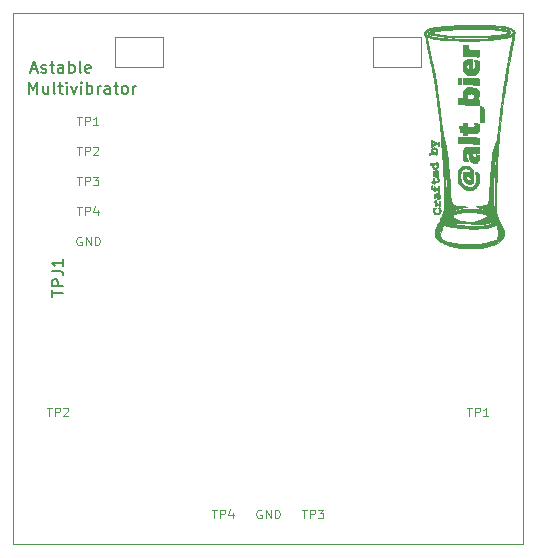
<source format=gbr>
G04 #@! TF.GenerationSoftware,KiCad,Pcbnew,(5.1.9)-1*
G04 #@! TF.CreationDate,2021-08-19T15:30:01-05:00*
G04 #@! TF.ProjectId,astable_dev,61737461-626c-4655-9f64-65762e6b6963,1*
G04 #@! TF.SameCoordinates,Original*
G04 #@! TF.FileFunction,Legend,Top*
G04 #@! TF.FilePolarity,Positive*
%FSLAX46Y46*%
G04 Gerber Fmt 4.6, Leading zero omitted, Abs format (unit mm)*
G04 Created by KiCad (PCBNEW (5.1.9)-1) date 2021-08-19 15:30:01*
%MOMM*%
%LPD*%
G01*
G04 APERTURE LIST*
G04 #@! TA.AperFunction,Profile*
%ADD10C,0.050000*%
G04 #@! TD*
%ADD11C,0.150000*%
%ADD12C,0.100000*%
%ADD13C,0.010000*%
G04 APERTURE END LIST*
D10*
X120396000Y-75692000D02*
X124460000Y-75692000D01*
X120396000Y-73152000D02*
X120396000Y-75692000D01*
X124460000Y-75692000D02*
X124460000Y-73152000D01*
X124460000Y-73152000D02*
X120396000Y-73152000D01*
X146304000Y-75692000D02*
X146304000Y-73152000D01*
X142240000Y-75692000D02*
X146304000Y-75692000D01*
X142240000Y-73152000D02*
X142240000Y-75692000D01*
X146304000Y-73152000D02*
X142240000Y-73152000D01*
D11*
X113149619Y-77922380D02*
X113149619Y-76922380D01*
X113482952Y-77636666D01*
X113816285Y-76922380D01*
X113816285Y-77922380D01*
X114721047Y-77255714D02*
X114721047Y-77922380D01*
X114292476Y-77255714D02*
X114292476Y-77779523D01*
X114340095Y-77874761D01*
X114435333Y-77922380D01*
X114578190Y-77922380D01*
X114673428Y-77874761D01*
X114721047Y-77827142D01*
X115340095Y-77922380D02*
X115244857Y-77874761D01*
X115197238Y-77779523D01*
X115197238Y-76922380D01*
X115578190Y-77255714D02*
X115959142Y-77255714D01*
X115721047Y-76922380D02*
X115721047Y-77779523D01*
X115768666Y-77874761D01*
X115863904Y-77922380D01*
X115959142Y-77922380D01*
X116292476Y-77922380D02*
X116292476Y-77255714D01*
X116292476Y-76922380D02*
X116244857Y-76970000D01*
X116292476Y-77017619D01*
X116340095Y-76970000D01*
X116292476Y-76922380D01*
X116292476Y-77017619D01*
X116673428Y-77255714D02*
X116911523Y-77922380D01*
X117149619Y-77255714D01*
X117530571Y-77922380D02*
X117530571Y-77255714D01*
X117530571Y-76922380D02*
X117482952Y-76970000D01*
X117530571Y-77017619D01*
X117578190Y-76970000D01*
X117530571Y-76922380D01*
X117530571Y-77017619D01*
X118006761Y-77922380D02*
X118006761Y-76922380D01*
X118006761Y-77303333D02*
X118102000Y-77255714D01*
X118292476Y-77255714D01*
X118387714Y-77303333D01*
X118435333Y-77350952D01*
X118482952Y-77446190D01*
X118482952Y-77731904D01*
X118435333Y-77827142D01*
X118387714Y-77874761D01*
X118292476Y-77922380D01*
X118102000Y-77922380D01*
X118006761Y-77874761D01*
X118911523Y-77922380D02*
X118911523Y-77255714D01*
X118911523Y-77446190D02*
X118959142Y-77350952D01*
X119006761Y-77303333D01*
X119102000Y-77255714D01*
X119197238Y-77255714D01*
X119959142Y-77922380D02*
X119959142Y-77398571D01*
X119911523Y-77303333D01*
X119816285Y-77255714D01*
X119625809Y-77255714D01*
X119530571Y-77303333D01*
X119959142Y-77874761D02*
X119863904Y-77922380D01*
X119625809Y-77922380D01*
X119530571Y-77874761D01*
X119482952Y-77779523D01*
X119482952Y-77684285D01*
X119530571Y-77589047D01*
X119625809Y-77541428D01*
X119863904Y-77541428D01*
X119959142Y-77493809D01*
X120292476Y-77255714D02*
X120673428Y-77255714D01*
X120435333Y-76922380D02*
X120435333Y-77779523D01*
X120482952Y-77874761D01*
X120578190Y-77922380D01*
X120673428Y-77922380D01*
X121149619Y-77922380D02*
X121054380Y-77874761D01*
X121006761Y-77827142D01*
X120959142Y-77731904D01*
X120959142Y-77446190D01*
X121006761Y-77350952D01*
X121054380Y-77303333D01*
X121149619Y-77255714D01*
X121292476Y-77255714D01*
X121387714Y-77303333D01*
X121435333Y-77350952D01*
X121482952Y-77446190D01*
X121482952Y-77731904D01*
X121435333Y-77827142D01*
X121387714Y-77874761D01*
X121292476Y-77922380D01*
X121149619Y-77922380D01*
X121911523Y-77922380D02*
X121911523Y-77255714D01*
X121911523Y-77446190D02*
X121959142Y-77350952D01*
X122006761Y-77303333D01*
X122102000Y-77255714D01*
X122197238Y-77255714D01*
X113300190Y-75858666D02*
X113776380Y-75858666D01*
X113204952Y-76144380D02*
X113538285Y-75144380D01*
X113871619Y-76144380D01*
X114157333Y-76096761D02*
X114252571Y-76144380D01*
X114443047Y-76144380D01*
X114538285Y-76096761D01*
X114585904Y-76001523D01*
X114585904Y-75953904D01*
X114538285Y-75858666D01*
X114443047Y-75811047D01*
X114300190Y-75811047D01*
X114204952Y-75763428D01*
X114157333Y-75668190D01*
X114157333Y-75620571D01*
X114204952Y-75525333D01*
X114300190Y-75477714D01*
X114443047Y-75477714D01*
X114538285Y-75525333D01*
X114871619Y-75477714D02*
X115252571Y-75477714D01*
X115014476Y-75144380D02*
X115014476Y-76001523D01*
X115062095Y-76096761D01*
X115157333Y-76144380D01*
X115252571Y-76144380D01*
X116014476Y-76144380D02*
X116014476Y-75620571D01*
X115966857Y-75525333D01*
X115871619Y-75477714D01*
X115681142Y-75477714D01*
X115585904Y-75525333D01*
X116014476Y-76096761D02*
X115919238Y-76144380D01*
X115681142Y-76144380D01*
X115585904Y-76096761D01*
X115538285Y-76001523D01*
X115538285Y-75906285D01*
X115585904Y-75811047D01*
X115681142Y-75763428D01*
X115919238Y-75763428D01*
X116014476Y-75715809D01*
X116490666Y-76144380D02*
X116490666Y-75144380D01*
X116490666Y-75525333D02*
X116585904Y-75477714D01*
X116776380Y-75477714D01*
X116871619Y-75525333D01*
X116919238Y-75572952D01*
X116966857Y-75668190D01*
X116966857Y-75953904D01*
X116919238Y-76049142D01*
X116871619Y-76096761D01*
X116776380Y-76144380D01*
X116585904Y-76144380D01*
X116490666Y-76096761D01*
X117538285Y-76144380D02*
X117443047Y-76096761D01*
X117395428Y-76001523D01*
X117395428Y-75144380D01*
X118300190Y-76096761D02*
X118204952Y-76144380D01*
X118014476Y-76144380D01*
X117919238Y-76096761D01*
X117871619Y-76001523D01*
X117871619Y-75620571D01*
X117919238Y-75525333D01*
X118014476Y-75477714D01*
X118204952Y-75477714D01*
X118300190Y-75525333D01*
X118347809Y-75620571D01*
X118347809Y-75715809D01*
X117871619Y-75811047D01*
D12*
X117538571Y-90049000D02*
X117467142Y-90013285D01*
X117360000Y-90013285D01*
X117252857Y-90049000D01*
X117181428Y-90120428D01*
X117145714Y-90191857D01*
X117110000Y-90334714D01*
X117110000Y-90441857D01*
X117145714Y-90584714D01*
X117181428Y-90656142D01*
X117252857Y-90727571D01*
X117360000Y-90763285D01*
X117431428Y-90763285D01*
X117538571Y-90727571D01*
X117574285Y-90691857D01*
X117574285Y-90441857D01*
X117431428Y-90441857D01*
X117895714Y-90763285D02*
X117895714Y-90013285D01*
X118324285Y-90763285D01*
X118324285Y-90013285D01*
X118681428Y-90763285D02*
X118681428Y-90013285D01*
X118860000Y-90013285D01*
X118967142Y-90049000D01*
X119038571Y-90120428D01*
X119074285Y-90191857D01*
X119110000Y-90334714D01*
X119110000Y-90441857D01*
X119074285Y-90584714D01*
X119038571Y-90656142D01*
X118967142Y-90727571D01*
X118860000Y-90763285D01*
X118681428Y-90763285D01*
X117163571Y-87473285D02*
X117592142Y-87473285D01*
X117377857Y-88223285D02*
X117377857Y-87473285D01*
X117842142Y-88223285D02*
X117842142Y-87473285D01*
X118127857Y-87473285D01*
X118199285Y-87509000D01*
X118235000Y-87544714D01*
X118270714Y-87616142D01*
X118270714Y-87723285D01*
X118235000Y-87794714D01*
X118199285Y-87830428D01*
X118127857Y-87866142D01*
X117842142Y-87866142D01*
X118913571Y-87723285D02*
X118913571Y-88223285D01*
X118735000Y-87437571D02*
X118556428Y-87973285D01*
X119020714Y-87973285D01*
X117163571Y-84933285D02*
X117592142Y-84933285D01*
X117377857Y-85683285D02*
X117377857Y-84933285D01*
X117842142Y-85683285D02*
X117842142Y-84933285D01*
X118127857Y-84933285D01*
X118199285Y-84969000D01*
X118235000Y-85004714D01*
X118270714Y-85076142D01*
X118270714Y-85183285D01*
X118235000Y-85254714D01*
X118199285Y-85290428D01*
X118127857Y-85326142D01*
X117842142Y-85326142D01*
X118520714Y-84933285D02*
X118985000Y-84933285D01*
X118735000Y-85219000D01*
X118842142Y-85219000D01*
X118913571Y-85254714D01*
X118949285Y-85290428D01*
X118985000Y-85361857D01*
X118985000Y-85540428D01*
X118949285Y-85611857D01*
X118913571Y-85647571D01*
X118842142Y-85683285D01*
X118627857Y-85683285D01*
X118556428Y-85647571D01*
X118520714Y-85611857D01*
X117163571Y-82393285D02*
X117592142Y-82393285D01*
X117377857Y-83143285D02*
X117377857Y-82393285D01*
X117842142Y-83143285D02*
X117842142Y-82393285D01*
X118127857Y-82393285D01*
X118199285Y-82429000D01*
X118235000Y-82464714D01*
X118270714Y-82536142D01*
X118270714Y-82643285D01*
X118235000Y-82714714D01*
X118199285Y-82750428D01*
X118127857Y-82786142D01*
X117842142Y-82786142D01*
X118556428Y-82464714D02*
X118592142Y-82429000D01*
X118663571Y-82393285D01*
X118842142Y-82393285D01*
X118913571Y-82429000D01*
X118949285Y-82464714D01*
X118985000Y-82536142D01*
X118985000Y-82607571D01*
X118949285Y-82714714D01*
X118520714Y-83143285D01*
X118985000Y-83143285D01*
X117163571Y-79853285D02*
X117592142Y-79853285D01*
X117377857Y-80603285D02*
X117377857Y-79853285D01*
X117842142Y-80603285D02*
X117842142Y-79853285D01*
X118127857Y-79853285D01*
X118199285Y-79889000D01*
X118235000Y-79924714D01*
X118270714Y-79996142D01*
X118270714Y-80103285D01*
X118235000Y-80174714D01*
X118199285Y-80210428D01*
X118127857Y-80246142D01*
X117842142Y-80246142D01*
X118985000Y-80603285D02*
X118556428Y-80603285D01*
X118770714Y-80603285D02*
X118770714Y-79853285D01*
X118699285Y-79960428D01*
X118627857Y-80031857D01*
X118556428Y-80067571D01*
D10*
X111760000Y-116078000D02*
X154940000Y-116078000D01*
X111760000Y-71120000D02*
X111760000Y-116078000D01*
X154940000Y-71120000D02*
X111760000Y-71120000D01*
X154940000Y-116078000D02*
X154940000Y-71120000D01*
D13*
G04 #@! TO.C,G\u002A\u002A\u002A*
G36*
X151658041Y-72105314D02*
G01*
X151872152Y-72106601D01*
X152065116Y-72108676D01*
X152232400Y-72111571D01*
X152369469Y-72115318D01*
X152471789Y-72119951D01*
X152484667Y-72120778D01*
X152768624Y-72145362D01*
X153050420Y-72179794D01*
X153319487Y-72222442D01*
X153565256Y-72271673D01*
X153735191Y-72313926D01*
X153899321Y-72365718D01*
X154024986Y-72421582D01*
X154116054Y-72485060D01*
X154176390Y-72559692D01*
X154209861Y-72649017D01*
X154220332Y-72756577D01*
X154220334Y-72758181D01*
X154216254Y-72814896D01*
X154204883Y-72904565D01*
X154187525Y-73018694D01*
X154165483Y-73148785D01*
X154140058Y-73286342D01*
X154136584Y-73304274D01*
X154108456Y-73449932D01*
X154080624Y-73596398D01*
X154055064Y-73733100D01*
X154033754Y-73849462D01*
X154018671Y-73934911D01*
X154018627Y-73935167D01*
X154004076Y-74016926D01*
X153982940Y-74130618D01*
X153957042Y-74266686D01*
X153928206Y-74415572D01*
X153898258Y-74567721D01*
X153889344Y-74612500D01*
X153849620Y-74818062D01*
X153805040Y-75060413D01*
X153756423Y-75334392D01*
X153704592Y-75634838D01*
X153650366Y-75956589D01*
X153594567Y-76294483D01*
X153538015Y-76643360D01*
X153481531Y-76998058D01*
X153425935Y-77353414D01*
X153372049Y-77704269D01*
X153320694Y-78045460D01*
X153272689Y-78371826D01*
X153228856Y-78678206D01*
X153190016Y-78959437D01*
X153156989Y-79210360D01*
X153152217Y-79248000D01*
X153137240Y-79372022D01*
X153118871Y-79532620D01*
X153097686Y-79724221D01*
X153074259Y-79941253D01*
X153049165Y-80178144D01*
X153022978Y-80429322D01*
X152996273Y-80689214D01*
X152969624Y-80952250D01*
X152943607Y-81212857D01*
X152918796Y-81465463D01*
X152895766Y-81704496D01*
X152875091Y-81924383D01*
X152866232Y-82020833D01*
X152853066Y-82165464D01*
X152840610Y-82302266D01*
X152829577Y-82423408D01*
X152820679Y-82521062D01*
X152814631Y-82587398D01*
X152813214Y-82602917D01*
X152807533Y-82673093D01*
X152800749Y-82768666D01*
X152794039Y-82872762D01*
X152791824Y-82909833D01*
X152785221Y-83022660D01*
X152778155Y-83142642D01*
X152771918Y-83247862D01*
X152770617Y-83269667D01*
X152766313Y-83350362D01*
X152761164Y-83460282D01*
X152755749Y-83586341D01*
X152750650Y-83715454D01*
X152749520Y-83745917D01*
X152744341Y-83886185D01*
X152738633Y-84038534D01*
X152733063Y-84185315D01*
X152728295Y-84308882D01*
X152727961Y-84317417D01*
X152724039Y-84423103D01*
X152719338Y-84558547D01*
X152714275Y-84711190D01*
X152709269Y-84868474D01*
X152705420Y-84994750D01*
X152701012Y-85129491D01*
X152696184Y-85254255D01*
X152691302Y-85361143D01*
X152686727Y-85442257D01*
X152682826Y-85489699D01*
X152682503Y-85492167D01*
X152680392Y-85526685D01*
X152678015Y-85599469D01*
X152675444Y-85706452D01*
X152672747Y-85843567D01*
X152669995Y-86006746D01*
X152667258Y-86191924D01*
X152664606Y-86395034D01*
X152662109Y-86612009D01*
X152660464Y-86772750D01*
X152658016Y-87029632D01*
X152656113Y-87247805D01*
X152654841Y-87430888D01*
X152654282Y-87582503D01*
X152654520Y-87706271D01*
X152655640Y-87805811D01*
X152657724Y-87884745D01*
X152660858Y-87946695D01*
X152665124Y-87995279D01*
X152670606Y-88034120D01*
X152677389Y-88066839D01*
X152685556Y-88097055D01*
X152691573Y-88116833D01*
X152732514Y-88236752D01*
X152787822Y-88381982D01*
X152853712Y-88543963D01*
X152926398Y-88714131D01*
X153002094Y-88883927D01*
X153077017Y-89044787D01*
X153147379Y-89188151D01*
X153209397Y-89305456D01*
X153241281Y-89360181D01*
X153311899Y-89491826D01*
X153351652Y-89612855D01*
X153360590Y-89732057D01*
X153338768Y-89858219D01*
X153286238Y-90000130D01*
X153245663Y-90085333D01*
X153171610Y-90210448D01*
X153082476Y-90315791D01*
X152968610Y-90411329D01*
X152860971Y-90482670D01*
X152621989Y-90610150D01*
X152348214Y-90721928D01*
X152044715Y-90816567D01*
X151716556Y-90892627D01*
X151368804Y-90948671D01*
X151130000Y-90974083D01*
X150984725Y-90983202D01*
X150807466Y-90989186D01*
X150608448Y-90992120D01*
X150397896Y-90992090D01*
X150186038Y-90989183D01*
X149983098Y-90983484D01*
X149799303Y-90975079D01*
X149644879Y-90964054D01*
X149616584Y-90961358D01*
X149485524Y-90946184D01*
X149343659Y-90926540D01*
X149209892Y-90905200D01*
X149121029Y-90888690D01*
X148950490Y-90847623D01*
X148756145Y-90790414D01*
X148551110Y-90721634D01*
X148348498Y-90645851D01*
X148340199Y-90642381D01*
X148745563Y-90642381D01*
X148759207Y-90652274D01*
X148805838Y-90669176D01*
X148877148Y-90690778D01*
X148964829Y-90714771D01*
X149060574Y-90738846D01*
X149156075Y-90760695D01*
X149214417Y-90772674D01*
X149393435Y-90803643D01*
X149576283Y-90827320D01*
X149770279Y-90844168D01*
X149982736Y-90854646D01*
X150220971Y-90859218D01*
X150492299Y-90858343D01*
X150558500Y-90857445D01*
X150717326Y-90854716D01*
X150865005Y-90851581D01*
X150995457Y-90848214D01*
X151102604Y-90844793D01*
X151180369Y-90841493D01*
X151222671Y-90838491D01*
X151225250Y-90838132D01*
X151276781Y-90830312D01*
X151354771Y-90818948D01*
X151443744Y-90806289D01*
X151458084Y-90804278D01*
X151628179Y-90775460D01*
X151811047Y-90735751D01*
X151998523Y-90687655D01*
X152182440Y-90633677D01*
X152354633Y-90576321D01*
X152506937Y-90518092D01*
X152631185Y-90461494D01*
X152696944Y-90424284D01*
X152732170Y-90399342D01*
X152737560Y-90389929D01*
X152728084Y-90392286D01*
X152409482Y-90500866D01*
X152115045Y-90589120D01*
X151834986Y-90658714D01*
X151559522Y-90711320D01*
X151278867Y-90748605D01*
X150983237Y-90772238D01*
X150662847Y-90783889D01*
X150420917Y-90785812D01*
X150128336Y-90782252D01*
X149848870Y-90772725D01*
X149588121Y-90757645D01*
X149351692Y-90737423D01*
X149145186Y-90712472D01*
X148974203Y-90683204D01*
X148946995Y-90677368D01*
X148862272Y-90659481D01*
X148794572Y-90647046D01*
X148753412Y-90641715D01*
X148745563Y-90642381D01*
X148340199Y-90642381D01*
X148161426Y-90567636D01*
X148050250Y-90515622D01*
X147942749Y-90460612D01*
X147863511Y-90414315D01*
X147801752Y-90369081D01*
X147746693Y-90317258D01*
X147703231Y-90269375D01*
X147583745Y-90106077D01*
X147501404Y-89935001D01*
X147500473Y-89931278D01*
X147934005Y-89931278D01*
X147949463Y-90082023D01*
X147958138Y-90120774D01*
X147971543Y-90167603D01*
X147989180Y-90201008D01*
X148019583Y-90228746D01*
X148071283Y-90258575D01*
X148152814Y-90298252D01*
X148153929Y-90298782D01*
X148334486Y-90373487D01*
X148548106Y-90443154D01*
X148785615Y-90505576D01*
X149037839Y-90558544D01*
X149295602Y-90599851D01*
X149502235Y-90623253D01*
X149632661Y-90632710D01*
X149791541Y-90640475D01*
X149970930Y-90646489D01*
X150162884Y-90650692D01*
X150359458Y-90653025D01*
X150552708Y-90653429D01*
X150734688Y-90651843D01*
X150897454Y-90648208D01*
X151033060Y-90642464D01*
X151125543Y-90635420D01*
X151325387Y-90610116D01*
X151546919Y-90574492D01*
X151771735Y-90531828D01*
X151981432Y-90485406D01*
X152019449Y-90476081D01*
X152093637Y-90456067D01*
X152187718Y-90428530D01*
X152293733Y-90396053D01*
X152403723Y-90361217D01*
X152509730Y-90326605D01*
X152603795Y-90294799D01*
X152677958Y-90268383D01*
X152724263Y-90249938D01*
X152735341Y-90243792D01*
X152745042Y-90215776D01*
X152756368Y-90154796D01*
X152768283Y-90070135D01*
X152779751Y-89971078D01*
X152789735Y-89866910D01*
X152797200Y-89766916D01*
X152801110Y-89680381D01*
X152801445Y-89651417D01*
X152797232Y-89550042D01*
X152786093Y-89440933D01*
X152769652Y-89331779D01*
X152749531Y-89230269D01*
X152727353Y-89144090D01*
X152704741Y-89080933D01*
X152683316Y-89048485D01*
X152673710Y-89046135D01*
X152642165Y-89055569D01*
X152579647Y-89074653D01*
X152495613Y-89100490D01*
X152412073Y-89126295D01*
X152167356Y-89193403D01*
X151902998Y-89250807D01*
X151638224Y-89294794D01*
X151405167Y-89320668D01*
X151323479Y-89325251D01*
X151212353Y-89328857D01*
X151078458Y-89331503D01*
X150928467Y-89333210D01*
X150769051Y-89333996D01*
X150606883Y-89333879D01*
X150448632Y-89332878D01*
X150300972Y-89331013D01*
X150170573Y-89328301D01*
X150064107Y-89324761D01*
X149988246Y-89320413D01*
X149955250Y-89316595D01*
X149895096Y-89307105D01*
X149817758Y-89297247D01*
X149785917Y-89293781D01*
X149719606Y-89286996D01*
X149625650Y-89277353D01*
X149518514Y-89266339D01*
X149447250Y-89259003D01*
X149197203Y-89225014D01*
X148915309Y-89171675D01*
X148606777Y-89100107D01*
X148276813Y-89011437D01*
X148208146Y-88991585D01*
X148184090Y-89000632D01*
X148155260Y-89042230D01*
X148120550Y-89118731D01*
X148078853Y-89232486D01*
X148042064Y-89344500D01*
X147979828Y-89566932D01*
X147943968Y-89761053D01*
X147934005Y-89931278D01*
X147500473Y-89931278D01*
X147457755Y-89760523D01*
X147454344Y-89587019D01*
X147456253Y-89570067D01*
X147474163Y-89498048D01*
X147513645Y-89392258D01*
X147573730Y-89254759D01*
X147653453Y-89087613D01*
X147751848Y-88892884D01*
X147867946Y-88672635D01*
X147888044Y-88635480D01*
X148378334Y-88635480D01*
X148396580Y-88658055D01*
X148445840Y-88692066D01*
X148517894Y-88733044D01*
X148604522Y-88776523D01*
X148697506Y-88818035D01*
X148759334Y-88842548D01*
X148900668Y-88891026D01*
X149051262Y-88933683D01*
X149216820Y-88971591D01*
X149403046Y-89005822D01*
X149615645Y-89037449D01*
X149860322Y-89067542D01*
X150082250Y-89091159D01*
X150181109Y-89101263D01*
X150267529Y-89110371D01*
X150330849Y-89117343D01*
X150357417Y-89120576D01*
X150407268Y-89124134D01*
X150490679Y-89126361D01*
X150598899Y-89127349D01*
X150723180Y-89127193D01*
X150854770Y-89125985D01*
X150984921Y-89123821D01*
X151104883Y-89120792D01*
X151205906Y-89116993D01*
X151279240Y-89112518D01*
X151299334Y-89110501D01*
X151398499Y-89098616D01*
X151504890Y-89086304D01*
X151563917Y-89079702D01*
X151652809Y-89067868D01*
X151758551Y-89050812D01*
X151847718Y-89034269D01*
X151942174Y-89011319D01*
X152047491Y-88979320D01*
X152156105Y-88941365D01*
X152260452Y-88900547D01*
X152352966Y-88859959D01*
X152426083Y-88822695D01*
X152472238Y-88791847D01*
X152484667Y-88773819D01*
X152468518Y-88744718D01*
X152429543Y-88740318D01*
X152403615Y-88749899D01*
X152353704Y-88769714D01*
X152273102Y-88794217D01*
X152172784Y-88820613D01*
X152063726Y-88846111D01*
X151956905Y-88867916D01*
X151902584Y-88877403D01*
X151773869Y-88894345D01*
X151620724Y-88908341D01*
X151450790Y-88919256D01*
X151271711Y-88926957D01*
X151091126Y-88931312D01*
X150916679Y-88932185D01*
X150756010Y-88929444D01*
X150616762Y-88922956D01*
X150506577Y-88912586D01*
X150450147Y-88902786D01*
X150399185Y-88895813D01*
X150314060Y-88889712D01*
X150202939Y-88884826D01*
X150073990Y-88881501D01*
X149935380Y-88880080D01*
X149910397Y-88880053D01*
X149772016Y-88879583D01*
X149642877Y-88878182D01*
X149530869Y-88876009D01*
X149443879Y-88873226D01*
X149389795Y-88869993D01*
X149383750Y-88869323D01*
X149203185Y-88845901D01*
X149059269Y-88826675D01*
X148946622Y-88810794D01*
X148859860Y-88797406D01*
X148793603Y-88785660D01*
X148742469Y-88774706D01*
X148701076Y-88763690D01*
X148685250Y-88758825D01*
X148620959Y-88736619D01*
X148572884Y-88716944D01*
X148558250Y-88708909D01*
X148527141Y-88691109D01*
X148479449Y-88669183D01*
X148429356Y-88648919D01*
X148391045Y-88636106D01*
X148378334Y-88635480D01*
X147888044Y-88635480D01*
X147933878Y-88550750D01*
X148057802Y-88287531D01*
X149001472Y-88287531D01*
X149007261Y-88334419D01*
X149018140Y-88370897D01*
X149039307Y-88403158D01*
X149076436Y-88435129D01*
X149135200Y-88470738D01*
X149221274Y-88513912D01*
X149340330Y-88568578D01*
X149355149Y-88575223D01*
X149470545Y-88625561D01*
X149560450Y-88660596D01*
X149637225Y-88683988D01*
X149713226Y-88699395D01*
X149800812Y-88710478D01*
X149817667Y-88712188D01*
X149915166Y-88722989D01*
X150005158Y-88734952D01*
X150073423Y-88746112D01*
X150092834Y-88750241D01*
X150160257Y-88759787D01*
X150242244Y-88762365D01*
X150272750Y-88761090D01*
X150334575Y-88757338D01*
X150426688Y-88752368D01*
X150537084Y-88746803D01*
X150653756Y-88741266D01*
X150664334Y-88740782D01*
X150950084Y-88727754D01*
X151275442Y-88598430D01*
X151445555Y-88527352D01*
X151591334Y-88459401D01*
X151709142Y-88396590D01*
X151795342Y-88340933D01*
X151846295Y-88294442D01*
X151856927Y-88276610D01*
X151856906Y-88222940D01*
X151815155Y-88171728D01*
X151732224Y-88123288D01*
X151608663Y-88077934D01*
X151445021Y-88035979D01*
X151429973Y-88032728D01*
X151282184Y-88003827D01*
X151137696Y-87981672D01*
X150988691Y-87965737D01*
X150827354Y-87955498D01*
X150645870Y-87950430D01*
X150436423Y-87950008D01*
X150238860Y-87952750D01*
X150047676Y-87956975D01*
X149891493Y-87962284D01*
X149762979Y-87969715D01*
X149654804Y-87980307D01*
X149559636Y-87995098D01*
X149470142Y-88015126D01*
X149378990Y-88041430D01*
X149278850Y-88075047D01*
X149215511Y-88097673D01*
X149112248Y-88140048D01*
X149045621Y-88181874D01*
X149010429Y-88229065D01*
X149001472Y-88287531D01*
X148057802Y-88287531D01*
X148064156Y-88274035D01*
X148163587Y-87976754D01*
X148232730Y-87661750D01*
X148242929Y-87598236D01*
X148251082Y-87536495D01*
X148257325Y-87471348D01*
X148261797Y-87397619D01*
X148264634Y-87310129D01*
X148265974Y-87203700D01*
X148265955Y-87073155D01*
X148264713Y-86913316D01*
X148262386Y-86719006D01*
X148260804Y-86603417D01*
X148258015Y-86418046D01*
X148255044Y-86243948D01*
X148252004Y-86086136D01*
X148249006Y-85949624D01*
X148246161Y-85839426D01*
X148243581Y-85760558D01*
X148241378Y-85718033D01*
X148241004Y-85714417D01*
X148237194Y-85670631D01*
X148232381Y-85594170D01*
X148227102Y-85494662D01*
X148221895Y-85381736D01*
X148220318Y-85344000D01*
X148215000Y-85220207D01*
X148209277Y-85098394D01*
X148203771Y-84991165D01*
X148199105Y-84911121D01*
X148198329Y-84899500D01*
X148193431Y-84820785D01*
X148187582Y-84715041D01*
X148181600Y-84597535D01*
X148177383Y-84507917D01*
X148169867Y-84346779D01*
X148162157Y-84194774D01*
X148153849Y-84046048D01*
X148144539Y-83894748D01*
X148133822Y-83735021D01*
X148121295Y-83561014D01*
X148106553Y-83366874D01*
X148089192Y-83146748D01*
X148068807Y-82894783D01*
X148063125Y-82825562D01*
X148193484Y-82825562D01*
X148197939Y-82867500D01*
X148204482Y-82927555D01*
X148212214Y-83010738D01*
X148218724Y-83089750D01*
X148243166Y-83414280D01*
X148263554Y-83698212D01*
X148279992Y-83943076D01*
X148292580Y-84150403D01*
X148301421Y-84321724D01*
X148303084Y-84359750D01*
X148310167Y-84522533D01*
X148317498Y-84676468D01*
X148325758Y-84834618D01*
X148335626Y-85010044D01*
X148346584Y-85195833D01*
X148349689Y-85250751D01*
X148352890Y-85314376D01*
X148356356Y-85391088D01*
X148360262Y-85485268D01*
X148364778Y-85601293D01*
X148370076Y-85743545D01*
X148376329Y-85916401D01*
X148383708Y-86124242D01*
X148389391Y-86285917D01*
X148393119Y-86413548D01*
X148396515Y-86569369D01*
X148399337Y-86739235D01*
X148401344Y-86909003D01*
X148402208Y-87037333D01*
X148403897Y-87471250D01*
X148444556Y-87368475D01*
X148468334Y-87294086D01*
X148491358Y-87198475D01*
X148508393Y-87103892D01*
X148514502Y-87034388D01*
X148518711Y-86929437D01*
X148521116Y-86795878D01*
X148521810Y-86640552D01*
X148520889Y-86470295D01*
X148518448Y-86291949D01*
X148514582Y-86112353D01*
X148509385Y-85938345D01*
X148502953Y-85776765D01*
X148495381Y-85634452D01*
X148486763Y-85518246D01*
X148486314Y-85513333D01*
X148475798Y-85394471D01*
X148465201Y-85266594D01*
X148456252Y-85150857D01*
X148453416Y-85111167D01*
X148434838Y-84843527D01*
X148418646Y-84614849D01*
X148404583Y-84421843D01*
X148392392Y-84261219D01*
X148381816Y-84129688D01*
X148372599Y-84023960D01*
X148364483Y-83940746D01*
X148357212Y-83876756D01*
X148356728Y-83872917D01*
X148324632Y-83621631D01*
X148297072Y-83410010D01*
X148273707Y-83235663D01*
X148254195Y-83096203D01*
X148238193Y-82989242D01*
X148225360Y-82912392D01*
X148215352Y-82863264D01*
X148209014Y-82841990D01*
X148196421Y-82816098D01*
X148193484Y-82825562D01*
X148063125Y-82825562D01*
X148050929Y-82677000D01*
X148045397Y-82602910D01*
X148038736Y-82503401D01*
X148032054Y-82395326D01*
X148029365Y-82348917D01*
X148023054Y-82242448D01*
X148016313Y-82137049D01*
X148010237Y-82049572D01*
X148008035Y-82020833D01*
X147996582Y-81865835D01*
X147984356Y-81677242D01*
X147971906Y-81463771D01*
X147964845Y-81332917D01*
X147955237Y-81186317D01*
X147940040Y-81002719D01*
X147919808Y-80787009D01*
X147895092Y-80544074D01*
X147866444Y-80278801D01*
X147834416Y-79996078D01*
X147799561Y-79700791D01*
X147762431Y-79397827D01*
X147723577Y-79092073D01*
X147683552Y-78788416D01*
X147648011Y-78528333D01*
X147620887Y-78331642D01*
X147591912Y-78118555D01*
X147562656Y-77900827D01*
X147534690Y-77690214D01*
X147509585Y-77498469D01*
X147489626Y-77343000D01*
X147472956Y-77213374D01*
X147456818Y-77093586D01*
X147440407Y-76979464D01*
X147422915Y-76866837D01*
X147403537Y-76751534D01*
X147381465Y-76629384D01*
X147355894Y-76496215D01*
X147326017Y-76347857D01*
X147291027Y-76180139D01*
X147250118Y-75988888D01*
X147202484Y-75769935D01*
X147147317Y-75519108D01*
X147083813Y-75232235D01*
X147066063Y-75152250D01*
X147030776Y-74991079D01*
X146992578Y-74812702D01*
X146952571Y-74622604D01*
X146911856Y-74426268D01*
X146871534Y-74229180D01*
X146832709Y-74036823D01*
X146796480Y-73854683D01*
X146763950Y-73688244D01*
X146736221Y-73542991D01*
X146714394Y-73424407D01*
X146699571Y-73337979D01*
X146694029Y-73300167D01*
X146679409Y-73226340D01*
X146652964Y-73130491D01*
X146648388Y-73116670D01*
X146801229Y-73116670D01*
X146808445Y-73179739D01*
X146823254Y-73276429D01*
X146844899Y-73402880D01*
X146872624Y-73555231D01*
X146905670Y-73729621D01*
X146943282Y-73922189D01*
X146984703Y-74129076D01*
X147029176Y-74346420D01*
X147075945Y-74570362D01*
X147124253Y-74797039D01*
X147173342Y-75022592D01*
X147222457Y-75243160D01*
X147235411Y-75300417D01*
X147276336Y-75482617D01*
X147320133Y-75680966D01*
X147364068Y-75882852D01*
X147405405Y-76075658D01*
X147441412Y-76246772D01*
X147457938Y-76327000D01*
X147487169Y-76472312D01*
X147512305Y-76602597D01*
X147534522Y-76725412D01*
X147554993Y-76848313D01*
X147574894Y-76978856D01*
X147595398Y-77124597D01*
X147617680Y-77293092D01*
X147642915Y-77491898D01*
X147658636Y-77618167D01*
X147684095Y-77820751D01*
X147709070Y-78012944D01*
X147735137Y-78206342D01*
X147763875Y-78412539D01*
X147796859Y-78643132D01*
X147815517Y-78771750D01*
X147835344Y-78911740D01*
X147855005Y-79057273D01*
X147872720Y-79194712D01*
X147886706Y-79310417D01*
X147891530Y-79353833D01*
X147905653Y-79480512D01*
X147922653Y-79623985D01*
X147939528Y-79759123D01*
X147944654Y-79798333D01*
X147958036Y-79899835D01*
X147969302Y-79987547D01*
X147979416Y-80069906D01*
X147989340Y-80155350D01*
X148000038Y-80252314D01*
X148012474Y-80369236D01*
X148027609Y-80514552D01*
X148038898Y-80623833D01*
X148060797Y-80812587D01*
X148086860Y-80986966D01*
X148119891Y-81162808D01*
X148162695Y-81355948D01*
X148185065Y-81449333D01*
X148266240Y-81788596D01*
X148335832Y-82094389D01*
X148394982Y-82373615D01*
X148444832Y-82633180D01*
X148486525Y-82879988D01*
X148521201Y-83120943D01*
X148550004Y-83362950D01*
X148574076Y-83612914D01*
X148594557Y-83877739D01*
X148599941Y-83957583D01*
X148608708Y-84086056D01*
X148617623Y-84203283D01*
X148627738Y-84321255D01*
X148640108Y-84451958D01*
X148655786Y-84607382D01*
X148664123Y-84687833D01*
X148694115Y-84996459D01*
X148717458Y-85287293D01*
X148735650Y-85581105D01*
X148748746Y-85862583D01*
X148757967Y-86084063D01*
X148766346Y-86268194D01*
X148774372Y-86419942D01*
X148782533Y-86544271D01*
X148791320Y-86646146D01*
X148801219Y-86730531D01*
X148812722Y-86802391D01*
X148826315Y-86866689D01*
X148842489Y-86928391D01*
X148859224Y-86984417D01*
X148906702Y-87115168D01*
X148959936Y-87212798D01*
X149025228Y-87286513D01*
X149104609Y-87343040D01*
X149154800Y-87367117D01*
X149219178Y-87387307D01*
X149303105Y-87404462D01*
X149411942Y-87419432D01*
X149551053Y-87433069D01*
X149725800Y-87446224D01*
X149775334Y-87449514D01*
X149897223Y-87458143D01*
X150007165Y-87467231D01*
X150097840Y-87476056D01*
X150161929Y-87483897D01*
X150192111Y-87490032D01*
X150193219Y-87490718D01*
X150175729Y-87496145D01*
X150124267Y-87507417D01*
X150046535Y-87522942D01*
X149950239Y-87541132D01*
X149939219Y-87543158D01*
X149716320Y-87586390D01*
X149530997Y-87627885D01*
X149378620Y-87669172D01*
X149254558Y-87711775D01*
X149154180Y-87757222D01*
X149072855Y-87807039D01*
X149026095Y-87844171D01*
X148966578Y-87900285D01*
X148935773Y-87937427D01*
X148934540Y-87953125D01*
X148963736Y-87944905D01*
X148997459Y-87926734D01*
X149045993Y-87903286D01*
X149123152Y-87871717D01*
X149217188Y-87836655D01*
X149291238Y-87811012D01*
X149435270Y-87768273D01*
X149587936Y-87734353D01*
X149754679Y-87708747D01*
X149940945Y-87690953D01*
X150152178Y-87680466D01*
X150393822Y-87676784D01*
X150671322Y-87679402D01*
X150706667Y-87680103D01*
X150862839Y-87683754D01*
X151010552Y-87687963D01*
X151142831Y-87692472D01*
X151252699Y-87697024D01*
X151333179Y-87701362D01*
X151373417Y-87704706D01*
X151496885Y-87725753D01*
X151619739Y-87757054D01*
X151729838Y-87794780D01*
X151815043Y-87835099D01*
X151840920Y-87852216D01*
X151889235Y-87884676D01*
X151910266Y-87889942D01*
X151904982Y-87872346D01*
X151874350Y-87836220D01*
X151827687Y-87792964D01*
X151792481Y-87764120D01*
X151757031Y-87739403D01*
X151715396Y-87716361D01*
X151661635Y-87692542D01*
X151589809Y-87665493D01*
X151493977Y-87632761D01*
X151368198Y-87591894D01*
X151247409Y-87553406D01*
X151141339Y-87519024D01*
X151052948Y-87488991D01*
X150988508Y-87465553D01*
X150954294Y-87450955D01*
X150951076Y-87447311D01*
X150978039Y-87443471D01*
X151039599Y-87436482D01*
X151128203Y-87427147D01*
X151236297Y-87416269D01*
X151314259Y-87408673D01*
X151458696Y-87394094D01*
X151568627Y-87380707D01*
X151651769Y-87366628D01*
X151715838Y-87349973D01*
X151768550Y-87328857D01*
X151817622Y-87301396D01*
X151855051Y-87276624D01*
X151926831Y-87217660D01*
X151975820Y-87150629D01*
X152006849Y-87065316D01*
X152024749Y-86951504D01*
X152028277Y-86910333D01*
X152035680Y-86816727D01*
X152037043Y-86801203D01*
X152384825Y-86801203D01*
X152392248Y-87007959D01*
X152409226Y-87202987D01*
X152434890Y-87376172D01*
X152467213Y-87513583D01*
X152489161Y-87581813D01*
X152506821Y-87627348D01*
X152516905Y-87641916D01*
X152517671Y-87640583D01*
X152519066Y-87615912D01*
X152520801Y-87552940D01*
X152522810Y-87455699D01*
X152525030Y-87328219D01*
X152527396Y-87174532D01*
X152529843Y-86998667D01*
X152532308Y-86804656D01*
X152534726Y-86596531D01*
X152535575Y-86518750D01*
X152538010Y-86305254D01*
X152540593Y-86103396D01*
X152543252Y-85917359D01*
X152545913Y-85751330D01*
X152548503Y-85609494D01*
X152550951Y-85496036D01*
X152553181Y-85415142D01*
X152555122Y-85370997D01*
X152555693Y-85365167D01*
X152558677Y-85329279D01*
X152562454Y-85257865D01*
X152566746Y-85157717D01*
X152571273Y-85035626D01*
X152575755Y-84898387D01*
X152577914Y-84825417D01*
X152582488Y-84670441D01*
X152587328Y-84515376D01*
X152592109Y-84370092D01*
X152596502Y-84244455D01*
X152600181Y-84148336D01*
X152601088Y-84126917D01*
X152605862Y-84017316D01*
X152611639Y-83883817D01*
X152617625Y-83744813D01*
X152622111Y-83640083D01*
X152632284Y-83412286D01*
X152642789Y-83196227D01*
X152653317Y-82997360D01*
X152663555Y-82821139D01*
X152673194Y-82673016D01*
X152681923Y-82558447D01*
X152686637Y-82507667D01*
X152689263Y-82469858D01*
X152685132Y-82468453D01*
X152673418Y-82505157D01*
X152655972Y-82571167D01*
X152622248Y-82728882D01*
X152591024Y-82927302D01*
X152562465Y-83164863D01*
X152536738Y-83440001D01*
X152514010Y-83751152D01*
X152495051Y-84084583D01*
X152489236Y-84195981D01*
X152483016Y-84306930D01*
X152477309Y-84401427D01*
X152474452Y-84444417D01*
X152469409Y-84520855D01*
X152463111Y-84623574D01*
X152456524Y-84736575D01*
X152452747Y-84804250D01*
X152446774Y-84906194D01*
X152440653Y-84998490D01*
X152435213Y-85069216D01*
X152432124Y-85100583D01*
X152429574Y-85138269D01*
X152426423Y-85211991D01*
X152422873Y-85315460D01*
X152419121Y-85442386D01*
X152415369Y-85586479D01*
X152411942Y-85735583D01*
X152408046Y-85906219D01*
X152403668Y-86080323D01*
X152399082Y-86248136D01*
X152394561Y-86399900D01*
X152390382Y-86525856D01*
X152387832Y-86592833D01*
X152384825Y-86801203D01*
X152037043Y-86801203D01*
X152043291Y-86730099D01*
X152049705Y-86666240D01*
X152050876Y-86656333D01*
X152057831Y-86584205D01*
X152065755Y-86472977D01*
X152074457Y-86325868D01*
X152083746Y-86146097D01*
X152092973Y-85947250D01*
X152102420Y-85737776D01*
X152110911Y-85560851D01*
X152119074Y-85406719D01*
X152127539Y-85265626D01*
X152136934Y-85127815D01*
X152147890Y-84983531D01*
X152161034Y-84823021D01*
X152176997Y-84636527D01*
X152178974Y-84613750D01*
X152193104Y-84450263D01*
X152206629Y-84292132D01*
X152218926Y-84146758D01*
X152229373Y-84021543D01*
X152237348Y-83923890D01*
X152242145Y-83862333D01*
X152249196Y-83770493D01*
X152256424Y-83682849D01*
X152262216Y-83618917D01*
X152268497Y-83552693D01*
X152276460Y-83464811D01*
X152283360Y-83386083D01*
X152301697Y-83186154D01*
X152320400Y-83019623D01*
X152341664Y-82877592D01*
X152367681Y-82751166D01*
X152400646Y-82631448D01*
X152442750Y-82509541D01*
X152496188Y-82376549D01*
X152563152Y-82223576D01*
X152578196Y-82190167D01*
X152755080Y-81798583D01*
X152854753Y-80784319D01*
X152874864Y-80580248D01*
X152893911Y-80388086D01*
X152911460Y-80212138D01*
X152927076Y-80056705D01*
X152940324Y-79926092D01*
X152950772Y-79824602D01*
X152957983Y-79756539D01*
X152961525Y-79726206D01*
X152961560Y-79725986D01*
X152966511Y-79689510D01*
X152975144Y-79620034D01*
X152986359Y-79526620D01*
X152999057Y-79418329D01*
X153002843Y-79385583D01*
X153022717Y-79221958D01*
X153048575Y-79022948D01*
X153079492Y-78794932D01*
X153114543Y-78544290D01*
X153152801Y-78277403D01*
X153193340Y-78000651D01*
X153235236Y-77720413D01*
X153277562Y-77443069D01*
X153319392Y-77175000D01*
X153359802Y-76922585D01*
X153363721Y-76898500D01*
X153388457Y-76746389D01*
X153417906Y-76564778D01*
X153450077Y-76365964D01*
X153482982Y-76162246D01*
X153514633Y-75965923D01*
X153533165Y-75850750D01*
X153564157Y-75663145D01*
X153601167Y-75447497D01*
X153641799Y-75217253D01*
X153683657Y-74985856D01*
X153724344Y-74766754D01*
X153753831Y-74612500D01*
X153790671Y-74421972D01*
X153829943Y-74217383D01*
X153869499Y-74010018D01*
X153907193Y-73811166D01*
X153940877Y-73632111D01*
X153966641Y-73493701D01*
X153992361Y-73355958D01*
X154016193Y-73231115D01*
X154036874Y-73125565D01*
X154053140Y-73045705D01*
X154063730Y-72997927D01*
X154066487Y-72988104D01*
X154072126Y-72970374D01*
X154066816Y-72964396D01*
X154043581Y-72972282D01*
X153995446Y-72996140D01*
X153934584Y-73028009D01*
X153828262Y-73075986D01*
X153696010Y-73121154D01*
X153535438Y-73163983D01*
X153344156Y-73204942D01*
X153119773Y-73244499D01*
X152859901Y-73283125D01*
X152562149Y-73321288D01*
X152273000Y-73354200D01*
X152190339Y-73363256D01*
X152107510Y-73372476D01*
X152093084Y-73374102D01*
X152009399Y-73382947D01*
X151923935Y-73390512D01*
X151832766Y-73396891D01*
X151731967Y-73402180D01*
X151617615Y-73406471D01*
X151485783Y-73409859D01*
X151332549Y-73412440D01*
X151153986Y-73414306D01*
X150946171Y-73415553D01*
X150705179Y-73416275D01*
X150427085Y-73416566D01*
X150325667Y-73416583D01*
X149971014Y-73416162D01*
X149656426Y-73414867D01*
X149379642Y-73412647D01*
X149138402Y-73409455D01*
X148930445Y-73405241D01*
X148753512Y-73399955D01*
X148605340Y-73393549D01*
X148483671Y-73385973D01*
X148386244Y-73377179D01*
X148357167Y-73373767D01*
X148310878Y-73368582D01*
X148231603Y-73360372D01*
X148128504Y-73350059D01*
X148010743Y-73338566D01*
X147940431Y-73331827D01*
X147813263Y-73319067D01*
X147690606Y-73305585D01*
X147583243Y-73292649D01*
X147501953Y-73281526D01*
X147474765Y-73277096D01*
X147377104Y-73257102D01*
X147264248Y-73230216D01*
X147147387Y-73199514D01*
X147037712Y-73168076D01*
X146946413Y-73138978D01*
X146884681Y-73115298D01*
X146882147Y-73114110D01*
X146834099Y-73094883D01*
X146804663Y-73089936D01*
X146802361Y-73091083D01*
X146801229Y-73116670D01*
X146648388Y-73116670D01*
X146619528Y-73029515D01*
X146606743Y-72995243D01*
X146569236Y-72891253D01*
X146550210Y-72814014D01*
X146549783Y-72776773D01*
X146677853Y-72776773D01*
X146682928Y-72819301D01*
X146721360Y-72870703D01*
X146797001Y-72923673D01*
X146904847Y-72976535D01*
X147039898Y-73027610D01*
X147197153Y-73075223D01*
X147371610Y-73117697D01*
X147558267Y-73153355D01*
X147752125Y-73180520D01*
X147764500Y-73181912D01*
X147891257Y-73195158D01*
X148043106Y-73209747D01*
X148211015Y-73224930D01*
X148385949Y-73239959D01*
X148558875Y-73254085D01*
X148720759Y-73266559D01*
X148862567Y-73276633D01*
X148975265Y-73283558D01*
X149013334Y-73285416D01*
X149060578Y-73286598D01*
X149145683Y-73287829D01*
X149264175Y-73289077D01*
X149411581Y-73290310D01*
X149583429Y-73291494D01*
X149775244Y-73292598D01*
X149982554Y-73293588D01*
X150200886Y-73294434D01*
X150304500Y-73294767D01*
X150601677Y-73295264D01*
X150860199Y-73294798D01*
X151083732Y-73293304D01*
X151275946Y-73290718D01*
X151440507Y-73286972D01*
X151581085Y-73282003D01*
X151701346Y-73275743D01*
X151804959Y-73268129D01*
X151807334Y-73267923D01*
X152171944Y-73233583D01*
X152508651Y-73196388D01*
X152815484Y-73156675D01*
X153090473Y-73114780D01*
X153331648Y-73071039D01*
X153537039Y-73025788D01*
X153704677Y-72979363D01*
X153832592Y-72932102D01*
X153865203Y-72916658D01*
X153940527Y-72871400D01*
X154009364Y-72818047D01*
X154062556Y-72764968D01*
X154090947Y-72720530D01*
X154093334Y-72708162D01*
X154075527Y-72653729D01*
X154028718Y-72593912D01*
X153962827Y-72539983D01*
X153927291Y-72519477D01*
X153810304Y-72472211D01*
X153651315Y-72426311D01*
X153450635Y-72381842D01*
X153208577Y-72338866D01*
X152925452Y-72297450D01*
X152738667Y-72273698D01*
X152589288Y-72258624D01*
X152413484Y-72246512D01*
X152208836Y-72237308D01*
X151972922Y-72230956D01*
X151703324Y-72227401D01*
X151397620Y-72226587D01*
X151053390Y-72228460D01*
X150850567Y-72230570D01*
X150634600Y-72233270D01*
X150427087Y-72236103D01*
X150232735Y-72238988D01*
X150056252Y-72241844D01*
X149902349Y-72244592D01*
X149775733Y-72247150D01*
X149681112Y-72249438D01*
X149623197Y-72251374D01*
X149616584Y-72251704D01*
X149539156Y-72255717D01*
X149432497Y-72260882D01*
X149309672Y-72266585D01*
X149183747Y-72272207D01*
X149161500Y-72273174D01*
X149043937Y-72278594D01*
X148934385Y-72284246D01*
X148843272Y-72289551D01*
X148781024Y-72293928D01*
X148769917Y-72294936D01*
X148711379Y-72299924D01*
X148624965Y-72306230D01*
X148525068Y-72312835D01*
X148473584Y-72315987D01*
X148303798Y-72327548D01*
X148105136Y-72343561D01*
X147890692Y-72362917D01*
X147714767Y-72380247D01*
X147625368Y-72392995D01*
X147508546Y-72414673D01*
X147377511Y-72442327D01*
X147245469Y-72473001D01*
X147125630Y-72503742D01*
X147031202Y-72531593D01*
X147017392Y-72536256D01*
X146876773Y-72593205D01*
X146772184Y-72653227D01*
X146705314Y-72714893D01*
X146677853Y-72776773D01*
X146549783Y-72776773D01*
X146549502Y-72752274D01*
X146566948Y-72694776D01*
X146601452Y-72631778D01*
X146659581Y-72569894D01*
X146754746Y-72508187D01*
X146881678Y-72448342D01*
X147035106Y-72392048D01*
X147209762Y-72340989D01*
X147400374Y-72296852D01*
X147601674Y-72261325D01*
X147808390Y-72236093D01*
X147849160Y-72232493D01*
X148112882Y-72211083D01*
X148339127Y-72193512D01*
X148532544Y-72179429D01*
X148697782Y-72168487D01*
X148717000Y-72167303D01*
X148818500Y-72160761D01*
X148912016Y-72154115D01*
X148984494Y-72148324D01*
X149013334Y-72145561D01*
X149089737Y-72139550D01*
X149203939Y-72133907D01*
X149351404Y-72128663D01*
X149527599Y-72123850D01*
X149727989Y-72119502D01*
X149948040Y-72115651D01*
X150183218Y-72112328D01*
X150428989Y-72109567D01*
X150680819Y-72107400D01*
X150934173Y-72105858D01*
X151184518Y-72104975D01*
X151427318Y-72104783D01*
X151658041Y-72105314D01*
G37*
X151658041Y-72105314D02*
X151872152Y-72106601D01*
X152065116Y-72108676D01*
X152232400Y-72111571D01*
X152369469Y-72115318D01*
X152471789Y-72119951D01*
X152484667Y-72120778D01*
X152768624Y-72145362D01*
X153050420Y-72179794D01*
X153319487Y-72222442D01*
X153565256Y-72271673D01*
X153735191Y-72313926D01*
X153899321Y-72365718D01*
X154024986Y-72421582D01*
X154116054Y-72485060D01*
X154176390Y-72559692D01*
X154209861Y-72649017D01*
X154220332Y-72756577D01*
X154220334Y-72758181D01*
X154216254Y-72814896D01*
X154204883Y-72904565D01*
X154187525Y-73018694D01*
X154165483Y-73148785D01*
X154140058Y-73286342D01*
X154136584Y-73304274D01*
X154108456Y-73449932D01*
X154080624Y-73596398D01*
X154055064Y-73733100D01*
X154033754Y-73849462D01*
X154018671Y-73934911D01*
X154018627Y-73935167D01*
X154004076Y-74016926D01*
X153982940Y-74130618D01*
X153957042Y-74266686D01*
X153928206Y-74415572D01*
X153898258Y-74567721D01*
X153889344Y-74612500D01*
X153849620Y-74818062D01*
X153805040Y-75060413D01*
X153756423Y-75334392D01*
X153704592Y-75634838D01*
X153650366Y-75956589D01*
X153594567Y-76294483D01*
X153538015Y-76643360D01*
X153481531Y-76998058D01*
X153425935Y-77353414D01*
X153372049Y-77704269D01*
X153320694Y-78045460D01*
X153272689Y-78371826D01*
X153228856Y-78678206D01*
X153190016Y-78959437D01*
X153156989Y-79210360D01*
X153152217Y-79248000D01*
X153137240Y-79372022D01*
X153118871Y-79532620D01*
X153097686Y-79724221D01*
X153074259Y-79941253D01*
X153049165Y-80178144D01*
X153022978Y-80429322D01*
X152996273Y-80689214D01*
X152969624Y-80952250D01*
X152943607Y-81212857D01*
X152918796Y-81465463D01*
X152895766Y-81704496D01*
X152875091Y-81924383D01*
X152866232Y-82020833D01*
X152853066Y-82165464D01*
X152840610Y-82302266D01*
X152829577Y-82423408D01*
X152820679Y-82521062D01*
X152814631Y-82587398D01*
X152813214Y-82602917D01*
X152807533Y-82673093D01*
X152800749Y-82768666D01*
X152794039Y-82872762D01*
X152791824Y-82909833D01*
X152785221Y-83022660D01*
X152778155Y-83142642D01*
X152771918Y-83247862D01*
X152770617Y-83269667D01*
X152766313Y-83350362D01*
X152761164Y-83460282D01*
X152755749Y-83586341D01*
X152750650Y-83715454D01*
X152749520Y-83745917D01*
X152744341Y-83886185D01*
X152738633Y-84038534D01*
X152733063Y-84185315D01*
X152728295Y-84308882D01*
X152727961Y-84317417D01*
X152724039Y-84423103D01*
X152719338Y-84558547D01*
X152714275Y-84711190D01*
X152709269Y-84868474D01*
X152705420Y-84994750D01*
X152701012Y-85129491D01*
X152696184Y-85254255D01*
X152691302Y-85361143D01*
X152686727Y-85442257D01*
X152682826Y-85489699D01*
X152682503Y-85492167D01*
X152680392Y-85526685D01*
X152678015Y-85599469D01*
X152675444Y-85706452D01*
X152672747Y-85843567D01*
X152669995Y-86006746D01*
X152667258Y-86191924D01*
X152664606Y-86395034D01*
X152662109Y-86612009D01*
X152660464Y-86772750D01*
X152658016Y-87029632D01*
X152656113Y-87247805D01*
X152654841Y-87430888D01*
X152654282Y-87582503D01*
X152654520Y-87706271D01*
X152655640Y-87805811D01*
X152657724Y-87884745D01*
X152660858Y-87946695D01*
X152665124Y-87995279D01*
X152670606Y-88034120D01*
X152677389Y-88066839D01*
X152685556Y-88097055D01*
X152691573Y-88116833D01*
X152732514Y-88236752D01*
X152787822Y-88381982D01*
X152853712Y-88543963D01*
X152926398Y-88714131D01*
X153002094Y-88883927D01*
X153077017Y-89044787D01*
X153147379Y-89188151D01*
X153209397Y-89305456D01*
X153241281Y-89360181D01*
X153311899Y-89491826D01*
X153351652Y-89612855D01*
X153360590Y-89732057D01*
X153338768Y-89858219D01*
X153286238Y-90000130D01*
X153245663Y-90085333D01*
X153171610Y-90210448D01*
X153082476Y-90315791D01*
X152968610Y-90411329D01*
X152860971Y-90482670D01*
X152621989Y-90610150D01*
X152348214Y-90721928D01*
X152044715Y-90816567D01*
X151716556Y-90892627D01*
X151368804Y-90948671D01*
X151130000Y-90974083D01*
X150984725Y-90983202D01*
X150807466Y-90989186D01*
X150608448Y-90992120D01*
X150397896Y-90992090D01*
X150186038Y-90989183D01*
X149983098Y-90983484D01*
X149799303Y-90975079D01*
X149644879Y-90964054D01*
X149616584Y-90961358D01*
X149485524Y-90946184D01*
X149343659Y-90926540D01*
X149209892Y-90905200D01*
X149121029Y-90888690D01*
X148950490Y-90847623D01*
X148756145Y-90790414D01*
X148551110Y-90721634D01*
X148348498Y-90645851D01*
X148340199Y-90642381D01*
X148745563Y-90642381D01*
X148759207Y-90652274D01*
X148805838Y-90669176D01*
X148877148Y-90690778D01*
X148964829Y-90714771D01*
X149060574Y-90738846D01*
X149156075Y-90760695D01*
X149214417Y-90772674D01*
X149393435Y-90803643D01*
X149576283Y-90827320D01*
X149770279Y-90844168D01*
X149982736Y-90854646D01*
X150220971Y-90859218D01*
X150492299Y-90858343D01*
X150558500Y-90857445D01*
X150717326Y-90854716D01*
X150865005Y-90851581D01*
X150995457Y-90848214D01*
X151102604Y-90844793D01*
X151180369Y-90841493D01*
X151222671Y-90838491D01*
X151225250Y-90838132D01*
X151276781Y-90830312D01*
X151354771Y-90818948D01*
X151443744Y-90806289D01*
X151458084Y-90804278D01*
X151628179Y-90775460D01*
X151811047Y-90735751D01*
X151998523Y-90687655D01*
X152182440Y-90633677D01*
X152354633Y-90576321D01*
X152506937Y-90518092D01*
X152631185Y-90461494D01*
X152696944Y-90424284D01*
X152732170Y-90399342D01*
X152737560Y-90389929D01*
X152728084Y-90392286D01*
X152409482Y-90500866D01*
X152115045Y-90589120D01*
X151834986Y-90658714D01*
X151559522Y-90711320D01*
X151278867Y-90748605D01*
X150983237Y-90772238D01*
X150662847Y-90783889D01*
X150420917Y-90785812D01*
X150128336Y-90782252D01*
X149848870Y-90772725D01*
X149588121Y-90757645D01*
X149351692Y-90737423D01*
X149145186Y-90712472D01*
X148974203Y-90683204D01*
X148946995Y-90677368D01*
X148862272Y-90659481D01*
X148794572Y-90647046D01*
X148753412Y-90641715D01*
X148745563Y-90642381D01*
X148340199Y-90642381D01*
X148161426Y-90567636D01*
X148050250Y-90515622D01*
X147942749Y-90460612D01*
X147863511Y-90414315D01*
X147801752Y-90369081D01*
X147746693Y-90317258D01*
X147703231Y-90269375D01*
X147583745Y-90106077D01*
X147501404Y-89935001D01*
X147500473Y-89931278D01*
X147934005Y-89931278D01*
X147949463Y-90082023D01*
X147958138Y-90120774D01*
X147971543Y-90167603D01*
X147989180Y-90201008D01*
X148019583Y-90228746D01*
X148071283Y-90258575D01*
X148152814Y-90298252D01*
X148153929Y-90298782D01*
X148334486Y-90373487D01*
X148548106Y-90443154D01*
X148785615Y-90505576D01*
X149037839Y-90558544D01*
X149295602Y-90599851D01*
X149502235Y-90623253D01*
X149632661Y-90632710D01*
X149791541Y-90640475D01*
X149970930Y-90646489D01*
X150162884Y-90650692D01*
X150359458Y-90653025D01*
X150552708Y-90653429D01*
X150734688Y-90651843D01*
X150897454Y-90648208D01*
X151033060Y-90642464D01*
X151125543Y-90635420D01*
X151325387Y-90610116D01*
X151546919Y-90574492D01*
X151771735Y-90531828D01*
X151981432Y-90485406D01*
X152019449Y-90476081D01*
X152093637Y-90456067D01*
X152187718Y-90428530D01*
X152293733Y-90396053D01*
X152403723Y-90361217D01*
X152509730Y-90326605D01*
X152603795Y-90294799D01*
X152677958Y-90268383D01*
X152724263Y-90249938D01*
X152735341Y-90243792D01*
X152745042Y-90215776D01*
X152756368Y-90154796D01*
X152768283Y-90070135D01*
X152779751Y-89971078D01*
X152789735Y-89866910D01*
X152797200Y-89766916D01*
X152801110Y-89680381D01*
X152801445Y-89651417D01*
X152797232Y-89550042D01*
X152786093Y-89440933D01*
X152769652Y-89331779D01*
X152749531Y-89230269D01*
X152727353Y-89144090D01*
X152704741Y-89080933D01*
X152683316Y-89048485D01*
X152673710Y-89046135D01*
X152642165Y-89055569D01*
X152579647Y-89074653D01*
X152495613Y-89100490D01*
X152412073Y-89126295D01*
X152167356Y-89193403D01*
X151902998Y-89250807D01*
X151638224Y-89294794D01*
X151405167Y-89320668D01*
X151323479Y-89325251D01*
X151212353Y-89328857D01*
X151078458Y-89331503D01*
X150928467Y-89333210D01*
X150769051Y-89333996D01*
X150606883Y-89333879D01*
X150448632Y-89332878D01*
X150300972Y-89331013D01*
X150170573Y-89328301D01*
X150064107Y-89324761D01*
X149988246Y-89320413D01*
X149955250Y-89316595D01*
X149895096Y-89307105D01*
X149817758Y-89297247D01*
X149785917Y-89293781D01*
X149719606Y-89286996D01*
X149625650Y-89277353D01*
X149518514Y-89266339D01*
X149447250Y-89259003D01*
X149197203Y-89225014D01*
X148915309Y-89171675D01*
X148606777Y-89100107D01*
X148276813Y-89011437D01*
X148208146Y-88991585D01*
X148184090Y-89000632D01*
X148155260Y-89042230D01*
X148120550Y-89118731D01*
X148078853Y-89232486D01*
X148042064Y-89344500D01*
X147979828Y-89566932D01*
X147943968Y-89761053D01*
X147934005Y-89931278D01*
X147500473Y-89931278D01*
X147457755Y-89760523D01*
X147454344Y-89587019D01*
X147456253Y-89570067D01*
X147474163Y-89498048D01*
X147513645Y-89392258D01*
X147573730Y-89254759D01*
X147653453Y-89087613D01*
X147751848Y-88892884D01*
X147867946Y-88672635D01*
X147888044Y-88635480D01*
X148378334Y-88635480D01*
X148396580Y-88658055D01*
X148445840Y-88692066D01*
X148517894Y-88733044D01*
X148604522Y-88776523D01*
X148697506Y-88818035D01*
X148759334Y-88842548D01*
X148900668Y-88891026D01*
X149051262Y-88933683D01*
X149216820Y-88971591D01*
X149403046Y-89005822D01*
X149615645Y-89037449D01*
X149860322Y-89067542D01*
X150082250Y-89091159D01*
X150181109Y-89101263D01*
X150267529Y-89110371D01*
X150330849Y-89117343D01*
X150357417Y-89120576D01*
X150407268Y-89124134D01*
X150490679Y-89126361D01*
X150598899Y-89127349D01*
X150723180Y-89127193D01*
X150854770Y-89125985D01*
X150984921Y-89123821D01*
X151104883Y-89120792D01*
X151205906Y-89116993D01*
X151279240Y-89112518D01*
X151299334Y-89110501D01*
X151398499Y-89098616D01*
X151504890Y-89086304D01*
X151563917Y-89079702D01*
X151652809Y-89067868D01*
X151758551Y-89050812D01*
X151847718Y-89034269D01*
X151942174Y-89011319D01*
X152047491Y-88979320D01*
X152156105Y-88941365D01*
X152260452Y-88900547D01*
X152352966Y-88859959D01*
X152426083Y-88822695D01*
X152472238Y-88791847D01*
X152484667Y-88773819D01*
X152468518Y-88744718D01*
X152429543Y-88740318D01*
X152403615Y-88749899D01*
X152353704Y-88769714D01*
X152273102Y-88794217D01*
X152172784Y-88820613D01*
X152063726Y-88846111D01*
X151956905Y-88867916D01*
X151902584Y-88877403D01*
X151773869Y-88894345D01*
X151620724Y-88908341D01*
X151450790Y-88919256D01*
X151271711Y-88926957D01*
X151091126Y-88931312D01*
X150916679Y-88932185D01*
X150756010Y-88929444D01*
X150616762Y-88922956D01*
X150506577Y-88912586D01*
X150450147Y-88902786D01*
X150399185Y-88895813D01*
X150314060Y-88889712D01*
X150202939Y-88884826D01*
X150073990Y-88881501D01*
X149935380Y-88880080D01*
X149910397Y-88880053D01*
X149772016Y-88879583D01*
X149642877Y-88878182D01*
X149530869Y-88876009D01*
X149443879Y-88873226D01*
X149389795Y-88869993D01*
X149383750Y-88869323D01*
X149203185Y-88845901D01*
X149059269Y-88826675D01*
X148946622Y-88810794D01*
X148859860Y-88797406D01*
X148793603Y-88785660D01*
X148742469Y-88774706D01*
X148701076Y-88763690D01*
X148685250Y-88758825D01*
X148620959Y-88736619D01*
X148572884Y-88716944D01*
X148558250Y-88708909D01*
X148527141Y-88691109D01*
X148479449Y-88669183D01*
X148429356Y-88648919D01*
X148391045Y-88636106D01*
X148378334Y-88635480D01*
X147888044Y-88635480D01*
X147933878Y-88550750D01*
X148057802Y-88287531D01*
X149001472Y-88287531D01*
X149007261Y-88334419D01*
X149018140Y-88370897D01*
X149039307Y-88403158D01*
X149076436Y-88435129D01*
X149135200Y-88470738D01*
X149221274Y-88513912D01*
X149340330Y-88568578D01*
X149355149Y-88575223D01*
X149470545Y-88625561D01*
X149560450Y-88660596D01*
X149637225Y-88683988D01*
X149713226Y-88699395D01*
X149800812Y-88710478D01*
X149817667Y-88712188D01*
X149915166Y-88722989D01*
X150005158Y-88734952D01*
X150073423Y-88746112D01*
X150092834Y-88750241D01*
X150160257Y-88759787D01*
X150242244Y-88762365D01*
X150272750Y-88761090D01*
X150334575Y-88757338D01*
X150426688Y-88752368D01*
X150537084Y-88746803D01*
X150653756Y-88741266D01*
X150664334Y-88740782D01*
X150950084Y-88727754D01*
X151275442Y-88598430D01*
X151445555Y-88527352D01*
X151591334Y-88459401D01*
X151709142Y-88396590D01*
X151795342Y-88340933D01*
X151846295Y-88294442D01*
X151856927Y-88276610D01*
X151856906Y-88222940D01*
X151815155Y-88171728D01*
X151732224Y-88123288D01*
X151608663Y-88077934D01*
X151445021Y-88035979D01*
X151429973Y-88032728D01*
X151282184Y-88003827D01*
X151137696Y-87981672D01*
X150988691Y-87965737D01*
X150827354Y-87955498D01*
X150645870Y-87950430D01*
X150436423Y-87950008D01*
X150238860Y-87952750D01*
X150047676Y-87956975D01*
X149891493Y-87962284D01*
X149762979Y-87969715D01*
X149654804Y-87980307D01*
X149559636Y-87995098D01*
X149470142Y-88015126D01*
X149378990Y-88041430D01*
X149278850Y-88075047D01*
X149215511Y-88097673D01*
X149112248Y-88140048D01*
X149045621Y-88181874D01*
X149010429Y-88229065D01*
X149001472Y-88287531D01*
X148057802Y-88287531D01*
X148064156Y-88274035D01*
X148163587Y-87976754D01*
X148232730Y-87661750D01*
X148242929Y-87598236D01*
X148251082Y-87536495D01*
X148257325Y-87471348D01*
X148261797Y-87397619D01*
X148264634Y-87310129D01*
X148265974Y-87203700D01*
X148265955Y-87073155D01*
X148264713Y-86913316D01*
X148262386Y-86719006D01*
X148260804Y-86603417D01*
X148258015Y-86418046D01*
X148255044Y-86243948D01*
X148252004Y-86086136D01*
X148249006Y-85949624D01*
X148246161Y-85839426D01*
X148243581Y-85760558D01*
X148241378Y-85718033D01*
X148241004Y-85714417D01*
X148237194Y-85670631D01*
X148232381Y-85594170D01*
X148227102Y-85494662D01*
X148221895Y-85381736D01*
X148220318Y-85344000D01*
X148215000Y-85220207D01*
X148209277Y-85098394D01*
X148203771Y-84991165D01*
X148199105Y-84911121D01*
X148198329Y-84899500D01*
X148193431Y-84820785D01*
X148187582Y-84715041D01*
X148181600Y-84597535D01*
X148177383Y-84507917D01*
X148169867Y-84346779D01*
X148162157Y-84194774D01*
X148153849Y-84046048D01*
X148144539Y-83894748D01*
X148133822Y-83735021D01*
X148121295Y-83561014D01*
X148106553Y-83366874D01*
X148089192Y-83146748D01*
X148068807Y-82894783D01*
X148063125Y-82825562D01*
X148193484Y-82825562D01*
X148197939Y-82867500D01*
X148204482Y-82927555D01*
X148212214Y-83010738D01*
X148218724Y-83089750D01*
X148243166Y-83414280D01*
X148263554Y-83698212D01*
X148279992Y-83943076D01*
X148292580Y-84150403D01*
X148301421Y-84321724D01*
X148303084Y-84359750D01*
X148310167Y-84522533D01*
X148317498Y-84676468D01*
X148325758Y-84834618D01*
X148335626Y-85010044D01*
X148346584Y-85195833D01*
X148349689Y-85250751D01*
X148352890Y-85314376D01*
X148356356Y-85391088D01*
X148360262Y-85485268D01*
X148364778Y-85601293D01*
X148370076Y-85743545D01*
X148376329Y-85916401D01*
X148383708Y-86124242D01*
X148389391Y-86285917D01*
X148393119Y-86413548D01*
X148396515Y-86569369D01*
X148399337Y-86739235D01*
X148401344Y-86909003D01*
X148402208Y-87037333D01*
X148403897Y-87471250D01*
X148444556Y-87368475D01*
X148468334Y-87294086D01*
X148491358Y-87198475D01*
X148508393Y-87103892D01*
X148514502Y-87034388D01*
X148518711Y-86929437D01*
X148521116Y-86795878D01*
X148521810Y-86640552D01*
X148520889Y-86470295D01*
X148518448Y-86291949D01*
X148514582Y-86112353D01*
X148509385Y-85938345D01*
X148502953Y-85776765D01*
X148495381Y-85634452D01*
X148486763Y-85518246D01*
X148486314Y-85513333D01*
X148475798Y-85394471D01*
X148465201Y-85266594D01*
X148456252Y-85150857D01*
X148453416Y-85111167D01*
X148434838Y-84843527D01*
X148418646Y-84614849D01*
X148404583Y-84421843D01*
X148392392Y-84261219D01*
X148381816Y-84129688D01*
X148372599Y-84023960D01*
X148364483Y-83940746D01*
X148357212Y-83876756D01*
X148356728Y-83872917D01*
X148324632Y-83621631D01*
X148297072Y-83410010D01*
X148273707Y-83235663D01*
X148254195Y-83096203D01*
X148238193Y-82989242D01*
X148225360Y-82912392D01*
X148215352Y-82863264D01*
X148209014Y-82841990D01*
X148196421Y-82816098D01*
X148193484Y-82825562D01*
X148063125Y-82825562D01*
X148050929Y-82677000D01*
X148045397Y-82602910D01*
X148038736Y-82503401D01*
X148032054Y-82395326D01*
X148029365Y-82348917D01*
X148023054Y-82242448D01*
X148016313Y-82137049D01*
X148010237Y-82049572D01*
X148008035Y-82020833D01*
X147996582Y-81865835D01*
X147984356Y-81677242D01*
X147971906Y-81463771D01*
X147964845Y-81332917D01*
X147955237Y-81186317D01*
X147940040Y-81002719D01*
X147919808Y-80787009D01*
X147895092Y-80544074D01*
X147866444Y-80278801D01*
X147834416Y-79996078D01*
X147799561Y-79700791D01*
X147762431Y-79397827D01*
X147723577Y-79092073D01*
X147683552Y-78788416D01*
X147648011Y-78528333D01*
X147620887Y-78331642D01*
X147591912Y-78118555D01*
X147562656Y-77900827D01*
X147534690Y-77690214D01*
X147509585Y-77498469D01*
X147489626Y-77343000D01*
X147472956Y-77213374D01*
X147456818Y-77093586D01*
X147440407Y-76979464D01*
X147422915Y-76866837D01*
X147403537Y-76751534D01*
X147381465Y-76629384D01*
X147355894Y-76496215D01*
X147326017Y-76347857D01*
X147291027Y-76180139D01*
X147250118Y-75988888D01*
X147202484Y-75769935D01*
X147147317Y-75519108D01*
X147083813Y-75232235D01*
X147066063Y-75152250D01*
X147030776Y-74991079D01*
X146992578Y-74812702D01*
X146952571Y-74622604D01*
X146911856Y-74426268D01*
X146871534Y-74229180D01*
X146832709Y-74036823D01*
X146796480Y-73854683D01*
X146763950Y-73688244D01*
X146736221Y-73542991D01*
X146714394Y-73424407D01*
X146699571Y-73337979D01*
X146694029Y-73300167D01*
X146679409Y-73226340D01*
X146652964Y-73130491D01*
X146648388Y-73116670D01*
X146801229Y-73116670D01*
X146808445Y-73179739D01*
X146823254Y-73276429D01*
X146844899Y-73402880D01*
X146872624Y-73555231D01*
X146905670Y-73729621D01*
X146943282Y-73922189D01*
X146984703Y-74129076D01*
X147029176Y-74346420D01*
X147075945Y-74570362D01*
X147124253Y-74797039D01*
X147173342Y-75022592D01*
X147222457Y-75243160D01*
X147235411Y-75300417D01*
X147276336Y-75482617D01*
X147320133Y-75680966D01*
X147364068Y-75882852D01*
X147405405Y-76075658D01*
X147441412Y-76246772D01*
X147457938Y-76327000D01*
X147487169Y-76472312D01*
X147512305Y-76602597D01*
X147534522Y-76725412D01*
X147554993Y-76848313D01*
X147574894Y-76978856D01*
X147595398Y-77124597D01*
X147617680Y-77293092D01*
X147642915Y-77491898D01*
X147658636Y-77618167D01*
X147684095Y-77820751D01*
X147709070Y-78012944D01*
X147735137Y-78206342D01*
X147763875Y-78412539D01*
X147796859Y-78643132D01*
X147815517Y-78771750D01*
X147835344Y-78911740D01*
X147855005Y-79057273D01*
X147872720Y-79194712D01*
X147886706Y-79310417D01*
X147891530Y-79353833D01*
X147905653Y-79480512D01*
X147922653Y-79623985D01*
X147939528Y-79759123D01*
X147944654Y-79798333D01*
X147958036Y-79899835D01*
X147969302Y-79987547D01*
X147979416Y-80069906D01*
X147989340Y-80155350D01*
X148000038Y-80252314D01*
X148012474Y-80369236D01*
X148027609Y-80514552D01*
X148038898Y-80623833D01*
X148060797Y-80812587D01*
X148086860Y-80986966D01*
X148119891Y-81162808D01*
X148162695Y-81355948D01*
X148185065Y-81449333D01*
X148266240Y-81788596D01*
X148335832Y-82094389D01*
X148394982Y-82373615D01*
X148444832Y-82633180D01*
X148486525Y-82879988D01*
X148521201Y-83120943D01*
X148550004Y-83362950D01*
X148574076Y-83612914D01*
X148594557Y-83877739D01*
X148599941Y-83957583D01*
X148608708Y-84086056D01*
X148617623Y-84203283D01*
X148627738Y-84321255D01*
X148640108Y-84451958D01*
X148655786Y-84607382D01*
X148664123Y-84687833D01*
X148694115Y-84996459D01*
X148717458Y-85287293D01*
X148735650Y-85581105D01*
X148748746Y-85862583D01*
X148757967Y-86084063D01*
X148766346Y-86268194D01*
X148774372Y-86419942D01*
X148782533Y-86544271D01*
X148791320Y-86646146D01*
X148801219Y-86730531D01*
X148812722Y-86802391D01*
X148826315Y-86866689D01*
X148842489Y-86928391D01*
X148859224Y-86984417D01*
X148906702Y-87115168D01*
X148959936Y-87212798D01*
X149025228Y-87286513D01*
X149104609Y-87343040D01*
X149154800Y-87367117D01*
X149219178Y-87387307D01*
X149303105Y-87404462D01*
X149411942Y-87419432D01*
X149551053Y-87433069D01*
X149725800Y-87446224D01*
X149775334Y-87449514D01*
X149897223Y-87458143D01*
X150007165Y-87467231D01*
X150097840Y-87476056D01*
X150161929Y-87483897D01*
X150192111Y-87490032D01*
X150193219Y-87490718D01*
X150175729Y-87496145D01*
X150124267Y-87507417D01*
X150046535Y-87522942D01*
X149950239Y-87541132D01*
X149939219Y-87543158D01*
X149716320Y-87586390D01*
X149530997Y-87627885D01*
X149378620Y-87669172D01*
X149254558Y-87711775D01*
X149154180Y-87757222D01*
X149072855Y-87807039D01*
X149026095Y-87844171D01*
X148966578Y-87900285D01*
X148935773Y-87937427D01*
X148934540Y-87953125D01*
X148963736Y-87944905D01*
X148997459Y-87926734D01*
X149045993Y-87903286D01*
X149123152Y-87871717D01*
X149217188Y-87836655D01*
X149291238Y-87811012D01*
X149435270Y-87768273D01*
X149587936Y-87734353D01*
X149754679Y-87708747D01*
X149940945Y-87690953D01*
X150152178Y-87680466D01*
X150393822Y-87676784D01*
X150671322Y-87679402D01*
X150706667Y-87680103D01*
X150862839Y-87683754D01*
X151010552Y-87687963D01*
X151142831Y-87692472D01*
X151252699Y-87697024D01*
X151333179Y-87701362D01*
X151373417Y-87704706D01*
X151496885Y-87725753D01*
X151619739Y-87757054D01*
X151729838Y-87794780D01*
X151815043Y-87835099D01*
X151840920Y-87852216D01*
X151889235Y-87884676D01*
X151910266Y-87889942D01*
X151904982Y-87872346D01*
X151874350Y-87836220D01*
X151827687Y-87792964D01*
X151792481Y-87764120D01*
X151757031Y-87739403D01*
X151715396Y-87716361D01*
X151661635Y-87692542D01*
X151589809Y-87665493D01*
X151493977Y-87632761D01*
X151368198Y-87591894D01*
X151247409Y-87553406D01*
X151141339Y-87519024D01*
X151052948Y-87488991D01*
X150988508Y-87465553D01*
X150954294Y-87450955D01*
X150951076Y-87447311D01*
X150978039Y-87443471D01*
X151039599Y-87436482D01*
X151128203Y-87427147D01*
X151236297Y-87416269D01*
X151314259Y-87408673D01*
X151458696Y-87394094D01*
X151568627Y-87380707D01*
X151651769Y-87366628D01*
X151715838Y-87349973D01*
X151768550Y-87328857D01*
X151817622Y-87301396D01*
X151855051Y-87276624D01*
X151926831Y-87217660D01*
X151975820Y-87150629D01*
X152006849Y-87065316D01*
X152024749Y-86951504D01*
X152028277Y-86910333D01*
X152035680Y-86816727D01*
X152037043Y-86801203D01*
X152384825Y-86801203D01*
X152392248Y-87007959D01*
X152409226Y-87202987D01*
X152434890Y-87376172D01*
X152467213Y-87513583D01*
X152489161Y-87581813D01*
X152506821Y-87627348D01*
X152516905Y-87641916D01*
X152517671Y-87640583D01*
X152519066Y-87615912D01*
X152520801Y-87552940D01*
X152522810Y-87455699D01*
X152525030Y-87328219D01*
X152527396Y-87174532D01*
X152529843Y-86998667D01*
X152532308Y-86804656D01*
X152534726Y-86596531D01*
X152535575Y-86518750D01*
X152538010Y-86305254D01*
X152540593Y-86103396D01*
X152543252Y-85917359D01*
X152545913Y-85751330D01*
X152548503Y-85609494D01*
X152550951Y-85496036D01*
X152553181Y-85415142D01*
X152555122Y-85370997D01*
X152555693Y-85365167D01*
X152558677Y-85329279D01*
X152562454Y-85257865D01*
X152566746Y-85157717D01*
X152571273Y-85035626D01*
X152575755Y-84898387D01*
X152577914Y-84825417D01*
X152582488Y-84670441D01*
X152587328Y-84515376D01*
X152592109Y-84370092D01*
X152596502Y-84244455D01*
X152600181Y-84148336D01*
X152601088Y-84126917D01*
X152605862Y-84017316D01*
X152611639Y-83883817D01*
X152617625Y-83744813D01*
X152622111Y-83640083D01*
X152632284Y-83412286D01*
X152642789Y-83196227D01*
X152653317Y-82997360D01*
X152663555Y-82821139D01*
X152673194Y-82673016D01*
X152681923Y-82558447D01*
X152686637Y-82507667D01*
X152689263Y-82469858D01*
X152685132Y-82468453D01*
X152673418Y-82505157D01*
X152655972Y-82571167D01*
X152622248Y-82728882D01*
X152591024Y-82927302D01*
X152562465Y-83164863D01*
X152536738Y-83440001D01*
X152514010Y-83751152D01*
X152495051Y-84084583D01*
X152489236Y-84195981D01*
X152483016Y-84306930D01*
X152477309Y-84401427D01*
X152474452Y-84444417D01*
X152469409Y-84520855D01*
X152463111Y-84623574D01*
X152456524Y-84736575D01*
X152452747Y-84804250D01*
X152446774Y-84906194D01*
X152440653Y-84998490D01*
X152435213Y-85069216D01*
X152432124Y-85100583D01*
X152429574Y-85138269D01*
X152426423Y-85211991D01*
X152422873Y-85315460D01*
X152419121Y-85442386D01*
X152415369Y-85586479D01*
X152411942Y-85735583D01*
X152408046Y-85906219D01*
X152403668Y-86080323D01*
X152399082Y-86248136D01*
X152394561Y-86399900D01*
X152390382Y-86525856D01*
X152387832Y-86592833D01*
X152384825Y-86801203D01*
X152037043Y-86801203D01*
X152043291Y-86730099D01*
X152049705Y-86666240D01*
X152050876Y-86656333D01*
X152057831Y-86584205D01*
X152065755Y-86472977D01*
X152074457Y-86325868D01*
X152083746Y-86146097D01*
X152092973Y-85947250D01*
X152102420Y-85737776D01*
X152110911Y-85560851D01*
X152119074Y-85406719D01*
X152127539Y-85265626D01*
X152136934Y-85127815D01*
X152147890Y-84983531D01*
X152161034Y-84823021D01*
X152176997Y-84636527D01*
X152178974Y-84613750D01*
X152193104Y-84450263D01*
X152206629Y-84292132D01*
X152218926Y-84146758D01*
X152229373Y-84021543D01*
X152237348Y-83923890D01*
X152242145Y-83862333D01*
X152249196Y-83770493D01*
X152256424Y-83682849D01*
X152262216Y-83618917D01*
X152268497Y-83552693D01*
X152276460Y-83464811D01*
X152283360Y-83386083D01*
X152301697Y-83186154D01*
X152320400Y-83019623D01*
X152341664Y-82877592D01*
X152367681Y-82751166D01*
X152400646Y-82631448D01*
X152442750Y-82509541D01*
X152496188Y-82376549D01*
X152563152Y-82223576D01*
X152578196Y-82190167D01*
X152755080Y-81798583D01*
X152854753Y-80784319D01*
X152874864Y-80580248D01*
X152893911Y-80388086D01*
X152911460Y-80212138D01*
X152927076Y-80056705D01*
X152940324Y-79926092D01*
X152950772Y-79824602D01*
X152957983Y-79756539D01*
X152961525Y-79726206D01*
X152961560Y-79725986D01*
X152966511Y-79689510D01*
X152975144Y-79620034D01*
X152986359Y-79526620D01*
X152999057Y-79418329D01*
X153002843Y-79385583D01*
X153022717Y-79221958D01*
X153048575Y-79022948D01*
X153079492Y-78794932D01*
X153114543Y-78544290D01*
X153152801Y-78277403D01*
X153193340Y-78000651D01*
X153235236Y-77720413D01*
X153277562Y-77443069D01*
X153319392Y-77175000D01*
X153359802Y-76922585D01*
X153363721Y-76898500D01*
X153388457Y-76746389D01*
X153417906Y-76564778D01*
X153450077Y-76365964D01*
X153482982Y-76162246D01*
X153514633Y-75965923D01*
X153533165Y-75850750D01*
X153564157Y-75663145D01*
X153601167Y-75447497D01*
X153641799Y-75217253D01*
X153683657Y-74985856D01*
X153724344Y-74766754D01*
X153753831Y-74612500D01*
X153790671Y-74421972D01*
X153829943Y-74217383D01*
X153869499Y-74010018D01*
X153907193Y-73811166D01*
X153940877Y-73632111D01*
X153966641Y-73493701D01*
X153992361Y-73355958D01*
X154016193Y-73231115D01*
X154036874Y-73125565D01*
X154053140Y-73045705D01*
X154063730Y-72997927D01*
X154066487Y-72988104D01*
X154072126Y-72970374D01*
X154066816Y-72964396D01*
X154043581Y-72972282D01*
X153995446Y-72996140D01*
X153934584Y-73028009D01*
X153828262Y-73075986D01*
X153696010Y-73121154D01*
X153535438Y-73163983D01*
X153344156Y-73204942D01*
X153119773Y-73244499D01*
X152859901Y-73283125D01*
X152562149Y-73321288D01*
X152273000Y-73354200D01*
X152190339Y-73363256D01*
X152107510Y-73372476D01*
X152093084Y-73374102D01*
X152009399Y-73382947D01*
X151923935Y-73390512D01*
X151832766Y-73396891D01*
X151731967Y-73402180D01*
X151617615Y-73406471D01*
X151485783Y-73409859D01*
X151332549Y-73412440D01*
X151153986Y-73414306D01*
X150946171Y-73415553D01*
X150705179Y-73416275D01*
X150427085Y-73416566D01*
X150325667Y-73416583D01*
X149971014Y-73416162D01*
X149656426Y-73414867D01*
X149379642Y-73412647D01*
X149138402Y-73409455D01*
X148930445Y-73405241D01*
X148753512Y-73399955D01*
X148605340Y-73393549D01*
X148483671Y-73385973D01*
X148386244Y-73377179D01*
X148357167Y-73373767D01*
X148310878Y-73368582D01*
X148231603Y-73360372D01*
X148128504Y-73350059D01*
X148010743Y-73338566D01*
X147940431Y-73331827D01*
X147813263Y-73319067D01*
X147690606Y-73305585D01*
X147583243Y-73292649D01*
X147501953Y-73281526D01*
X147474765Y-73277096D01*
X147377104Y-73257102D01*
X147264248Y-73230216D01*
X147147387Y-73199514D01*
X147037712Y-73168076D01*
X146946413Y-73138978D01*
X146884681Y-73115298D01*
X146882147Y-73114110D01*
X146834099Y-73094883D01*
X146804663Y-73089936D01*
X146802361Y-73091083D01*
X146801229Y-73116670D01*
X146648388Y-73116670D01*
X146619528Y-73029515D01*
X146606743Y-72995243D01*
X146569236Y-72891253D01*
X146550210Y-72814014D01*
X146549783Y-72776773D01*
X146677853Y-72776773D01*
X146682928Y-72819301D01*
X146721360Y-72870703D01*
X146797001Y-72923673D01*
X146904847Y-72976535D01*
X147039898Y-73027610D01*
X147197153Y-73075223D01*
X147371610Y-73117697D01*
X147558267Y-73153355D01*
X147752125Y-73180520D01*
X147764500Y-73181912D01*
X147891257Y-73195158D01*
X148043106Y-73209747D01*
X148211015Y-73224930D01*
X148385949Y-73239959D01*
X148558875Y-73254085D01*
X148720759Y-73266559D01*
X148862567Y-73276633D01*
X148975265Y-73283558D01*
X149013334Y-73285416D01*
X149060578Y-73286598D01*
X149145683Y-73287829D01*
X149264175Y-73289077D01*
X149411581Y-73290310D01*
X149583429Y-73291494D01*
X149775244Y-73292598D01*
X149982554Y-73293588D01*
X150200886Y-73294434D01*
X150304500Y-73294767D01*
X150601677Y-73295264D01*
X150860199Y-73294798D01*
X151083732Y-73293304D01*
X151275946Y-73290718D01*
X151440507Y-73286972D01*
X151581085Y-73282003D01*
X151701346Y-73275743D01*
X151804959Y-73268129D01*
X151807334Y-73267923D01*
X152171944Y-73233583D01*
X152508651Y-73196388D01*
X152815484Y-73156675D01*
X153090473Y-73114780D01*
X153331648Y-73071039D01*
X153537039Y-73025788D01*
X153704677Y-72979363D01*
X153832592Y-72932102D01*
X153865203Y-72916658D01*
X153940527Y-72871400D01*
X154009364Y-72818047D01*
X154062556Y-72764968D01*
X154090947Y-72720530D01*
X154093334Y-72708162D01*
X154075527Y-72653729D01*
X154028718Y-72593912D01*
X153962827Y-72539983D01*
X153927291Y-72519477D01*
X153810304Y-72472211D01*
X153651315Y-72426311D01*
X153450635Y-72381842D01*
X153208577Y-72338866D01*
X152925452Y-72297450D01*
X152738667Y-72273698D01*
X152589288Y-72258624D01*
X152413484Y-72246512D01*
X152208836Y-72237308D01*
X151972922Y-72230956D01*
X151703324Y-72227401D01*
X151397620Y-72226587D01*
X151053390Y-72228460D01*
X150850567Y-72230570D01*
X150634600Y-72233270D01*
X150427087Y-72236103D01*
X150232735Y-72238988D01*
X150056252Y-72241844D01*
X149902349Y-72244592D01*
X149775733Y-72247150D01*
X149681112Y-72249438D01*
X149623197Y-72251374D01*
X149616584Y-72251704D01*
X149539156Y-72255717D01*
X149432497Y-72260882D01*
X149309672Y-72266585D01*
X149183747Y-72272207D01*
X149161500Y-72273174D01*
X149043937Y-72278594D01*
X148934385Y-72284246D01*
X148843272Y-72289551D01*
X148781024Y-72293928D01*
X148769917Y-72294936D01*
X148711379Y-72299924D01*
X148624965Y-72306230D01*
X148525068Y-72312835D01*
X148473584Y-72315987D01*
X148303798Y-72327548D01*
X148105136Y-72343561D01*
X147890692Y-72362917D01*
X147714767Y-72380247D01*
X147625368Y-72392995D01*
X147508546Y-72414673D01*
X147377511Y-72442327D01*
X147245469Y-72473001D01*
X147125630Y-72503742D01*
X147031202Y-72531593D01*
X147017392Y-72536256D01*
X146876773Y-72593205D01*
X146772184Y-72653227D01*
X146705314Y-72714893D01*
X146677853Y-72776773D01*
X146549783Y-72776773D01*
X146549502Y-72752274D01*
X146566948Y-72694776D01*
X146601452Y-72631778D01*
X146659581Y-72569894D01*
X146754746Y-72508187D01*
X146881678Y-72448342D01*
X147035106Y-72392048D01*
X147209762Y-72340989D01*
X147400374Y-72296852D01*
X147601674Y-72261325D01*
X147808390Y-72236093D01*
X147849160Y-72232493D01*
X148112882Y-72211083D01*
X148339127Y-72193512D01*
X148532544Y-72179429D01*
X148697782Y-72168487D01*
X148717000Y-72167303D01*
X148818500Y-72160761D01*
X148912016Y-72154115D01*
X148984494Y-72148324D01*
X149013334Y-72145561D01*
X149089737Y-72139550D01*
X149203939Y-72133907D01*
X149351404Y-72128663D01*
X149527599Y-72123850D01*
X149727989Y-72119502D01*
X149948040Y-72115651D01*
X150183218Y-72112328D01*
X150428989Y-72109567D01*
X150680819Y-72107400D01*
X150934173Y-72105858D01*
X151184518Y-72104975D01*
X151427318Y-72104783D01*
X151658041Y-72105314D01*
G36*
X147821900Y-87549207D02*
G01*
X147869935Y-87577806D01*
X147912250Y-87636915D01*
X147942657Y-87714712D01*
X147954970Y-87799376D01*
X147955000Y-87803514D01*
X147939390Y-87923884D01*
X147892776Y-88015471D01*
X147815483Y-88077967D01*
X147707838Y-88111059D01*
X147626917Y-88116675D01*
X147518522Y-88107746D01*
X147439400Y-88079647D01*
X147433560Y-88076213D01*
X147370491Y-88016203D01*
X147326066Y-87932548D01*
X147306469Y-87841156D01*
X147314085Y-87768831D01*
X147324225Y-87713284D01*
X147319894Y-87672519D01*
X147318546Y-87669980D01*
X147313009Y-87632166D01*
X147344073Y-87603998D01*
X147406436Y-87589099D01*
X147439009Y-87587667D01*
X147497471Y-87590561D01*
X147524716Y-87602609D01*
X147531657Y-87628860D01*
X147531667Y-87630524D01*
X147512553Y-87672597D01*
X147480711Y-87692754D01*
X147435633Y-87729789D01*
X147413580Y-87789258D01*
X147413893Y-87858510D01*
X147435910Y-87924894D01*
X147478972Y-87975756D01*
X147496021Y-87986160D01*
X147586935Y-88013895D01*
X147680642Y-88013138D01*
X147762666Y-87985191D01*
X147797212Y-87959045D01*
X147837957Y-87891004D01*
X147850921Y-87806295D01*
X147835702Y-87720540D01*
X147804808Y-87663982D01*
X147776984Y-87612518D01*
X147775737Y-87570796D01*
X147799541Y-87549077D01*
X147821900Y-87549207D01*
G37*
X147821900Y-87549207D02*
X147869935Y-87577806D01*
X147912250Y-87636915D01*
X147942657Y-87714712D01*
X147954970Y-87799376D01*
X147955000Y-87803514D01*
X147939390Y-87923884D01*
X147892776Y-88015471D01*
X147815483Y-88077967D01*
X147707838Y-88111059D01*
X147626917Y-88116675D01*
X147518522Y-88107746D01*
X147439400Y-88079647D01*
X147433560Y-88076213D01*
X147370491Y-88016203D01*
X147326066Y-87932548D01*
X147306469Y-87841156D01*
X147314085Y-87768831D01*
X147324225Y-87713284D01*
X147319894Y-87672519D01*
X147318546Y-87669980D01*
X147313009Y-87632166D01*
X147344073Y-87603998D01*
X147406436Y-87589099D01*
X147439009Y-87587667D01*
X147497471Y-87590561D01*
X147524716Y-87602609D01*
X147531657Y-87628860D01*
X147531667Y-87630524D01*
X147512553Y-87672597D01*
X147480711Y-87692754D01*
X147435633Y-87729789D01*
X147413580Y-87789258D01*
X147413893Y-87858510D01*
X147435910Y-87924894D01*
X147478972Y-87975756D01*
X147496021Y-87986160D01*
X147586935Y-88013895D01*
X147680642Y-88013138D01*
X147762666Y-87985191D01*
X147797212Y-87959045D01*
X147837957Y-87891004D01*
X147850921Y-87806295D01*
X147835702Y-87720540D01*
X147804808Y-87663982D01*
X147776984Y-87612518D01*
X147775737Y-87570796D01*
X147799541Y-87549077D01*
X147821900Y-87549207D01*
G36*
X147542956Y-86937248D02*
G01*
X147549675Y-86962225D01*
X147543340Y-87007217D01*
X147539177Y-87065058D01*
X147556557Y-87114655D01*
X147585280Y-87156545D01*
X147626830Y-87203710D01*
X147665716Y-87223038D01*
X147718838Y-87223702D01*
X147796250Y-87217250D01*
X147802648Y-87106125D01*
X147809119Y-87039567D01*
X147821185Y-87005764D01*
X147842696Y-86995177D01*
X147847503Y-86995000D01*
X147875345Y-87009821D01*
X147894952Y-87056359D01*
X147906993Y-87137724D01*
X147912139Y-87257028D01*
X147912434Y-87296625D01*
X147911361Y-87372746D01*
X147905997Y-87415783D01*
X147893589Y-87434958D01*
X147871387Y-87439492D01*
X147869804Y-87439500D01*
X147834495Y-87425347D01*
X147814629Y-87377801D01*
X147813835Y-87373965D01*
X147800420Y-87329255D01*
X147775591Y-87316086D01*
X147737635Y-87321048D01*
X147667980Y-87330665D01*
X147613688Y-87333667D01*
X147569537Y-87339966D01*
X147553949Y-87366303D01*
X147552834Y-87386583D01*
X147542170Y-87428865D01*
X147514028Y-87439500D01*
X147473781Y-87432589D01*
X147461111Y-87425389D01*
X147449959Y-87393767D01*
X147446777Y-87340951D01*
X147450653Y-87283689D01*
X147460672Y-87238728D01*
X147472145Y-87222979D01*
X147483124Y-87205106D01*
X147462832Y-87165415D01*
X147461561Y-87163589D01*
X147430575Y-87095821D01*
X147426006Y-87028342D01*
X147445280Y-86971922D01*
X147485819Y-86937327D01*
X147517089Y-86931500D01*
X147542956Y-86937248D01*
G37*
X147542956Y-86937248D02*
X147549675Y-86962225D01*
X147543340Y-87007217D01*
X147539177Y-87065058D01*
X147556557Y-87114655D01*
X147585280Y-87156545D01*
X147626830Y-87203710D01*
X147665716Y-87223038D01*
X147718838Y-87223702D01*
X147796250Y-87217250D01*
X147802648Y-87106125D01*
X147809119Y-87039567D01*
X147821185Y-87005764D01*
X147842696Y-86995177D01*
X147847503Y-86995000D01*
X147875345Y-87009821D01*
X147894952Y-87056359D01*
X147906993Y-87137724D01*
X147912139Y-87257028D01*
X147912434Y-87296625D01*
X147911361Y-87372746D01*
X147905997Y-87415783D01*
X147893589Y-87434958D01*
X147871387Y-87439492D01*
X147869804Y-87439500D01*
X147834495Y-87425347D01*
X147814629Y-87377801D01*
X147813835Y-87373965D01*
X147800420Y-87329255D01*
X147775591Y-87316086D01*
X147737635Y-87321048D01*
X147667980Y-87330665D01*
X147613688Y-87333667D01*
X147569537Y-87339966D01*
X147553949Y-87366303D01*
X147552834Y-87386583D01*
X147542170Y-87428865D01*
X147514028Y-87439500D01*
X147473781Y-87432589D01*
X147461111Y-87425389D01*
X147449959Y-87393767D01*
X147446777Y-87340951D01*
X147450653Y-87283689D01*
X147460672Y-87238728D01*
X147472145Y-87222979D01*
X147483124Y-87205106D01*
X147462832Y-87165415D01*
X147461561Y-87163589D01*
X147430575Y-87095821D01*
X147426006Y-87028342D01*
X147445280Y-86971922D01*
X147485819Y-86937327D01*
X147517089Y-86931500D01*
X147542956Y-86937248D01*
G36*
X147826143Y-86281121D02*
G01*
X147841160Y-86304645D01*
X147851259Y-86355149D01*
X147857074Y-86407625D01*
X147866281Y-86495053D01*
X147876364Y-86579810D01*
X147882447Y-86624808D01*
X147879347Y-86706927D01*
X147849041Y-86771086D01*
X147799618Y-86812221D01*
X147739167Y-86825270D01*
X147675780Y-86805167D01*
X147640684Y-86776139D01*
X147592216Y-86700449D01*
X147560960Y-86602899D01*
X147552834Y-86524846D01*
X147549371Y-86500248D01*
X147659800Y-86500248D01*
X147663625Y-86558655D01*
X147663896Y-86561072D01*
X147679367Y-86633399D01*
X147703978Y-86686174D01*
X147732258Y-86714701D01*
X147758738Y-86714279D01*
X147777947Y-86680212D01*
X147781564Y-86662132D01*
X147778041Y-86608293D01*
X147758419Y-86548351D01*
X147729524Y-86496741D01*
X147698181Y-86467897D01*
X147688744Y-86465833D01*
X147667280Y-86472727D01*
X147659800Y-86500248D01*
X147549371Y-86500248D01*
X147547148Y-86484465D01*
X147526226Y-86477826D01*
X147518520Y-86480329D01*
X147497878Y-86497288D01*
X147492001Y-86533726D01*
X147497266Y-86590790D01*
X147506438Y-86659598D01*
X147513913Y-86716493D01*
X147515704Y-86730406D01*
X147506108Y-86767013D01*
X147474811Y-86779326D01*
X147441853Y-86775866D01*
X147420039Y-86747123D01*
X147406137Y-86705253D01*
X147384345Y-86583050D01*
X147394833Y-86488114D01*
X147438057Y-86419798D01*
X147514474Y-86377451D01*
X147624538Y-86360426D01*
X147648773Y-86360000D01*
X147708874Y-86355767D01*
X147739216Y-86339696D01*
X147749467Y-86317667D01*
X147776740Y-86282320D01*
X147802386Y-86275333D01*
X147826143Y-86281121D01*
G37*
X147826143Y-86281121D02*
X147841160Y-86304645D01*
X147851259Y-86355149D01*
X147857074Y-86407625D01*
X147866281Y-86495053D01*
X147876364Y-86579810D01*
X147882447Y-86624808D01*
X147879347Y-86706927D01*
X147849041Y-86771086D01*
X147799618Y-86812221D01*
X147739167Y-86825270D01*
X147675780Y-86805167D01*
X147640684Y-86776139D01*
X147592216Y-86700449D01*
X147560960Y-86602899D01*
X147552834Y-86524846D01*
X147549371Y-86500248D01*
X147659800Y-86500248D01*
X147663625Y-86558655D01*
X147663896Y-86561072D01*
X147679367Y-86633399D01*
X147703978Y-86686174D01*
X147732258Y-86714701D01*
X147758738Y-86714279D01*
X147777947Y-86680212D01*
X147781564Y-86662132D01*
X147778041Y-86608293D01*
X147758419Y-86548351D01*
X147729524Y-86496741D01*
X147698181Y-86467897D01*
X147688744Y-86465833D01*
X147667280Y-86472727D01*
X147659800Y-86500248D01*
X147549371Y-86500248D01*
X147547148Y-86484465D01*
X147526226Y-86477826D01*
X147518520Y-86480329D01*
X147497878Y-86497288D01*
X147492001Y-86533726D01*
X147497266Y-86590790D01*
X147506438Y-86659598D01*
X147513913Y-86716493D01*
X147515704Y-86730406D01*
X147506108Y-86767013D01*
X147474811Y-86779326D01*
X147441853Y-86775866D01*
X147420039Y-86747123D01*
X147406137Y-86705253D01*
X147384345Y-86583050D01*
X147394833Y-86488114D01*
X147438057Y-86419798D01*
X147514474Y-86377451D01*
X147624538Y-86360426D01*
X147648773Y-86360000D01*
X147708874Y-86355767D01*
X147739216Y-86339696D01*
X147749467Y-86317667D01*
X147776740Y-86282320D01*
X147802386Y-86275333D01*
X147826143Y-86281121D01*
G36*
X147237007Y-85678978D02*
G01*
X147252900Y-85726462D01*
X147256500Y-85780557D01*
X147264680Y-85869514D01*
X147287538Y-85930384D01*
X147322557Y-85957114D01*
X147330272Y-85957833D01*
X147349447Y-85943669D01*
X147361324Y-85897409D01*
X147366569Y-85836125D01*
X147373456Y-85762917D01*
X147385900Y-85724748D01*
X147404667Y-85714417D01*
X147428682Y-85732483D01*
X147448007Y-85788611D01*
X147455429Y-85826504D01*
X147474441Y-85938592D01*
X147593012Y-85932338D01*
X147711584Y-85926083D01*
X147717981Y-85814958D01*
X147724395Y-85748530D01*
X147736356Y-85714773D01*
X147757796Y-85704059D01*
X147763342Y-85703833D01*
X147791036Y-85709735D01*
X147809696Y-85731796D01*
X147820976Y-85776551D01*
X147826526Y-85850537D01*
X147828000Y-85959564D01*
X147827281Y-86049583D01*
X147823912Y-86105369D01*
X147816080Y-86135014D01*
X147801969Y-86146611D01*
X147785667Y-86148333D01*
X147752189Y-86135598D01*
X147743334Y-86096666D01*
X147739394Y-86057550D01*
X147721763Y-86036330D01*
X147681725Y-86029560D01*
X147610563Y-86033796D01*
X147589567Y-86035893D01*
X147521363Y-86044721D01*
X147484670Y-86056991D01*
X147468728Y-86078483D01*
X147464007Y-86103372D01*
X147446296Y-86152269D01*
X147416651Y-86165768D01*
X147387107Y-86143365D01*
X147373176Y-86107178D01*
X147355715Y-86060592D01*
X147322737Y-86043738D01*
X147300432Y-86042500D01*
X147241964Y-86027298D01*
X147203287Y-85999838D01*
X147175140Y-85946474D01*
X147158295Y-85871297D01*
X147154181Y-85791222D01*
X147164230Y-85723167D01*
X147177527Y-85695308D01*
X147210960Y-85667597D01*
X147237007Y-85678978D01*
G37*
X147237007Y-85678978D02*
X147252900Y-85726462D01*
X147256500Y-85780557D01*
X147264680Y-85869514D01*
X147287538Y-85930384D01*
X147322557Y-85957114D01*
X147330272Y-85957833D01*
X147349447Y-85943669D01*
X147361324Y-85897409D01*
X147366569Y-85836125D01*
X147373456Y-85762917D01*
X147385900Y-85724748D01*
X147404667Y-85714417D01*
X147428682Y-85732483D01*
X147448007Y-85788611D01*
X147455429Y-85826504D01*
X147474441Y-85938592D01*
X147593012Y-85932338D01*
X147711584Y-85926083D01*
X147717981Y-85814958D01*
X147724395Y-85748530D01*
X147736356Y-85714773D01*
X147757796Y-85704059D01*
X147763342Y-85703833D01*
X147791036Y-85709735D01*
X147809696Y-85731796D01*
X147820976Y-85776551D01*
X147826526Y-85850537D01*
X147828000Y-85959564D01*
X147827281Y-86049583D01*
X147823912Y-86105369D01*
X147816080Y-86135014D01*
X147801969Y-86146611D01*
X147785667Y-86148333D01*
X147752189Y-86135598D01*
X147743334Y-86096666D01*
X147739394Y-86057550D01*
X147721763Y-86036330D01*
X147681725Y-86029560D01*
X147610563Y-86033796D01*
X147589567Y-86035893D01*
X147521363Y-86044721D01*
X147484670Y-86056991D01*
X147468728Y-86078483D01*
X147464007Y-86103372D01*
X147446296Y-86152269D01*
X147416651Y-86165768D01*
X147387107Y-86143365D01*
X147373176Y-86107178D01*
X147355715Y-86060592D01*
X147322737Y-86043738D01*
X147300432Y-86042500D01*
X147241964Y-86027298D01*
X147203287Y-85999838D01*
X147175140Y-85946474D01*
X147158295Y-85871297D01*
X147154181Y-85791222D01*
X147164230Y-85723167D01*
X147177527Y-85695308D01*
X147210960Y-85667597D01*
X147237007Y-85678978D01*
G36*
X147728336Y-85007977D02*
G01*
X147761698Y-85057808D01*
X147788186Y-85127241D01*
X147803358Y-85208865D01*
X147805223Y-85241113D01*
X147795819Y-85320991D01*
X147760538Y-85375480D01*
X147694668Y-85408572D01*
X147593497Y-85424257D01*
X147588570Y-85424584D01*
X147512878Y-85430967D01*
X147469769Y-85440403D01*
X147449498Y-85456509D01*
X147442867Y-85478684D01*
X147424093Y-85515084D01*
X147390783Y-85532373D01*
X147358146Y-85528122D01*
X147341389Y-85499906D01*
X147341167Y-85494916D01*
X147332148Y-85465252D01*
X147297972Y-85450352D01*
X147261792Y-85445819D01*
X147207778Y-85436491D01*
X147185247Y-85416273D01*
X147182417Y-85396917D01*
X147193489Y-85365188D01*
X147233382Y-85350152D01*
X147251209Y-85347950D01*
X147320000Y-85341318D01*
X147320000Y-85205075D01*
X147321463Y-85130795D01*
X147327668Y-85089526D01*
X147341344Y-85071997D01*
X147360069Y-85068833D01*
X147395360Y-85080029D01*
X147416177Y-85117742D01*
X147425055Y-85188157D01*
X147425834Y-85229314D01*
X147425834Y-85322833D01*
X147529936Y-85322833D01*
X147598221Y-85320315D01*
X147652173Y-85313933D01*
X147667519Y-85309985D01*
X147693510Y-85279144D01*
X147699666Y-85220743D01*
X147685930Y-85144652D01*
X147668764Y-85096156D01*
X147649736Y-85034250D01*
X147656809Y-84998920D01*
X147658764Y-84996770D01*
X147692544Y-84985160D01*
X147728336Y-85007977D01*
G37*
X147728336Y-85007977D02*
X147761698Y-85057808D01*
X147788186Y-85127241D01*
X147803358Y-85208865D01*
X147805223Y-85241113D01*
X147795819Y-85320991D01*
X147760538Y-85375480D01*
X147694668Y-85408572D01*
X147593497Y-85424257D01*
X147588570Y-85424584D01*
X147512878Y-85430967D01*
X147469769Y-85440403D01*
X147449498Y-85456509D01*
X147442867Y-85478684D01*
X147424093Y-85515084D01*
X147390783Y-85532373D01*
X147358146Y-85528122D01*
X147341389Y-85499906D01*
X147341167Y-85494916D01*
X147332148Y-85465252D01*
X147297972Y-85450352D01*
X147261792Y-85445819D01*
X147207778Y-85436491D01*
X147185247Y-85416273D01*
X147182417Y-85396917D01*
X147193489Y-85365188D01*
X147233382Y-85350152D01*
X147251209Y-85347950D01*
X147320000Y-85341318D01*
X147320000Y-85205075D01*
X147321463Y-85130795D01*
X147327668Y-85089526D01*
X147341344Y-85071997D01*
X147360069Y-85068833D01*
X147395360Y-85080029D01*
X147416177Y-85117742D01*
X147425055Y-85188157D01*
X147425834Y-85229314D01*
X147425834Y-85322833D01*
X147529936Y-85322833D01*
X147598221Y-85320315D01*
X147652173Y-85313933D01*
X147667519Y-85309985D01*
X147693510Y-85279144D01*
X147699666Y-85220743D01*
X147685930Y-85144652D01*
X147668764Y-85096156D01*
X147649736Y-85034250D01*
X147656809Y-84998920D01*
X147658764Y-84996770D01*
X147692544Y-84985160D01*
X147728336Y-85007977D01*
G36*
X147531859Y-84405542D02*
G01*
X147548437Y-84452966D01*
X147559100Y-84535067D01*
X147564447Y-84603167D01*
X147572385Y-84691968D01*
X147581810Y-84762431D01*
X147591340Y-84805614D01*
X147597149Y-84814833D01*
X147619600Y-84798331D01*
X147639152Y-84769414D01*
X147652379Y-84716354D01*
X147650873Y-84631703D01*
X147634474Y-84512104D01*
X147624630Y-84458469D01*
X147618226Y-84411272D01*
X147628672Y-84393909D01*
X147660694Y-84394969D01*
X147702318Y-84421257D01*
X147734940Y-84482707D01*
X147756012Y-84572645D01*
X147762873Y-84662426D01*
X147747966Y-84768041D01*
X147703619Y-84852495D01*
X147636544Y-84911237D01*
X147553452Y-84939719D01*
X147461054Y-84933388D01*
X147399641Y-84908699D01*
X147333369Y-84850789D01*
X147292677Y-84770096D01*
X147277468Y-84677428D01*
X147280675Y-84647856D01*
X147374207Y-84647856D01*
X147375927Y-84693636D01*
X147392719Y-84740750D01*
X147421857Y-84797077D01*
X147444388Y-84811965D01*
X147459752Y-84785875D01*
X147467394Y-84719266D01*
X147468167Y-84678499D01*
X147463876Y-84590951D01*
X147451685Y-84541325D01*
X147432619Y-84530818D01*
X147407702Y-84560629D01*
X147393356Y-84591060D01*
X147374207Y-84647856D01*
X147280675Y-84647856D01*
X147287647Y-84583593D01*
X147323115Y-84499401D01*
X147383778Y-84435658D01*
X147403974Y-84423608D01*
X147463893Y-84395637D01*
X147505100Y-84388024D01*
X147531859Y-84405542D01*
G37*
X147531859Y-84405542D02*
X147548437Y-84452966D01*
X147559100Y-84535067D01*
X147564447Y-84603167D01*
X147572385Y-84691968D01*
X147581810Y-84762431D01*
X147591340Y-84805614D01*
X147597149Y-84814833D01*
X147619600Y-84798331D01*
X147639152Y-84769414D01*
X147652379Y-84716354D01*
X147650873Y-84631703D01*
X147634474Y-84512104D01*
X147624630Y-84458469D01*
X147618226Y-84411272D01*
X147628672Y-84393909D01*
X147660694Y-84394969D01*
X147702318Y-84421257D01*
X147734940Y-84482707D01*
X147756012Y-84572645D01*
X147762873Y-84662426D01*
X147747966Y-84768041D01*
X147703619Y-84852495D01*
X147636544Y-84911237D01*
X147553452Y-84939719D01*
X147461054Y-84933388D01*
X147399641Y-84908699D01*
X147333369Y-84850789D01*
X147292677Y-84770096D01*
X147277468Y-84677428D01*
X147280675Y-84647856D01*
X147374207Y-84647856D01*
X147375927Y-84693636D01*
X147392719Y-84740750D01*
X147421857Y-84797077D01*
X147444388Y-84811965D01*
X147459752Y-84785875D01*
X147467394Y-84719266D01*
X147468167Y-84678499D01*
X147463876Y-84590951D01*
X147451685Y-84541325D01*
X147432619Y-84530818D01*
X147407702Y-84560629D01*
X147393356Y-84591060D01*
X147374207Y-84647856D01*
X147280675Y-84647856D01*
X147287647Y-84583593D01*
X147323115Y-84499401D01*
X147383778Y-84435658D01*
X147403974Y-84423608D01*
X147463893Y-84395637D01*
X147505100Y-84388024D01*
X147531859Y-84405542D01*
G36*
X147671912Y-83706754D02*
G01*
X147687697Y-83733388D01*
X147695576Y-83787982D01*
X147697081Y-83809417D01*
X147703143Y-83895003D01*
X147710992Y-83992498D01*
X147714923Y-84037107D01*
X147719667Y-84107709D01*
X147714020Y-84153048D01*
X147692604Y-84189894D01*
X147652168Y-84232899D01*
X147568751Y-84290897D01*
X147477903Y-84307666D01*
X147383260Y-84282840D01*
X147348772Y-84263530D01*
X147277956Y-84195345D01*
X147242896Y-84104673D01*
X147242778Y-84037130D01*
X147341167Y-84037130D01*
X147357398Y-84109016D01*
X147399310Y-84162859D01*
X147456726Y-84193637D01*
X147519473Y-84196330D01*
X147577375Y-84165916D01*
X147585470Y-84157687D01*
X147617879Y-84096373D01*
X147621615Y-84026602D01*
X147600779Y-83960136D01*
X147559476Y-83908736D01*
X147501806Y-83884166D01*
X147489843Y-83883500D01*
X147429183Y-83902162D01*
X147376359Y-83948878D01*
X147344828Y-84009744D01*
X147341167Y-84037130D01*
X147242778Y-84037130D01*
X147242712Y-83999356D01*
X147249080Y-83941259D01*
X147243741Y-83913649D01*
X147221741Y-83905221D01*
X147201197Y-83904667D01*
X147152212Y-83919042D01*
X147135633Y-83947000D01*
X147110844Y-83981442D01*
X147087014Y-83989333D01*
X147058759Y-83976008D01*
X147042667Y-83930869D01*
X147039517Y-83909958D01*
X147035191Y-83854337D01*
X147037189Y-83818146D01*
X147038450Y-83814708D01*
X147062863Y-83805799D01*
X147115940Y-83800039D01*
X147159306Y-83798833D01*
X147239020Y-83796914D01*
X147338767Y-83791891D01*
X147433223Y-83785144D01*
X147515997Y-83776861D01*
X147564930Y-83767448D01*
X147588480Y-83754066D01*
X147595107Y-83733872D01*
X147595167Y-83730755D01*
X147606420Y-83700180D01*
X147642792Y-83696819D01*
X147671912Y-83706754D01*
G37*
X147671912Y-83706754D02*
X147687697Y-83733388D01*
X147695576Y-83787982D01*
X147697081Y-83809417D01*
X147703143Y-83895003D01*
X147710992Y-83992498D01*
X147714923Y-84037107D01*
X147719667Y-84107709D01*
X147714020Y-84153048D01*
X147692604Y-84189894D01*
X147652168Y-84232899D01*
X147568751Y-84290897D01*
X147477903Y-84307666D01*
X147383260Y-84282840D01*
X147348772Y-84263530D01*
X147277956Y-84195345D01*
X147242896Y-84104673D01*
X147242778Y-84037130D01*
X147341167Y-84037130D01*
X147357398Y-84109016D01*
X147399310Y-84162859D01*
X147456726Y-84193637D01*
X147519473Y-84196330D01*
X147577375Y-84165916D01*
X147585470Y-84157687D01*
X147617879Y-84096373D01*
X147621615Y-84026602D01*
X147600779Y-83960136D01*
X147559476Y-83908736D01*
X147501806Y-83884166D01*
X147489843Y-83883500D01*
X147429183Y-83902162D01*
X147376359Y-83948878D01*
X147344828Y-84009744D01*
X147341167Y-84037130D01*
X147242778Y-84037130D01*
X147242712Y-83999356D01*
X147249080Y-83941259D01*
X147243741Y-83913649D01*
X147221741Y-83905221D01*
X147201197Y-83904667D01*
X147152212Y-83919042D01*
X147135633Y-83947000D01*
X147110844Y-83981442D01*
X147087014Y-83989333D01*
X147058759Y-83976008D01*
X147042667Y-83930869D01*
X147039517Y-83909958D01*
X147035191Y-83854337D01*
X147037189Y-83818146D01*
X147038450Y-83814708D01*
X147062863Y-83805799D01*
X147115940Y-83800039D01*
X147159306Y-83798833D01*
X147239020Y-83796914D01*
X147338767Y-83791891D01*
X147433223Y-83785144D01*
X147515997Y-83776861D01*
X147564930Y-83767448D01*
X147588480Y-83754066D01*
X147595107Y-83733872D01*
X147595167Y-83730755D01*
X147606420Y-83700180D01*
X147642792Y-83696819D01*
X147671912Y-83706754D01*
G36*
X147476611Y-82475197D02*
G01*
X147555137Y-82511461D01*
X147608953Y-82568442D01*
X147625233Y-82613169D01*
X147638256Y-82685516D01*
X147647413Y-82773797D01*
X147652094Y-82866324D01*
X147651689Y-82951412D01*
X147645589Y-83017373D01*
X147634152Y-83051450D01*
X147600314Y-83067104D01*
X147566312Y-83054198D01*
X147552834Y-83023985D01*
X147541176Y-83006930D01*
X147501679Y-82997605D01*
X147427553Y-82994522D01*
X147418204Y-82994500D01*
X147276612Y-82998128D01*
X147175307Y-83009203D01*
X147112853Y-83028013D01*
X147087813Y-83054847D01*
X147087167Y-83060877D01*
X147070502Y-83091057D01*
X147033717Y-83101711D01*
X146996625Y-83087364D01*
X146995445Y-83086222D01*
X146986305Y-83057639D01*
X146981533Y-83004760D01*
X146981334Y-82990972D01*
X146981334Y-82909833D01*
X147089636Y-82909833D01*
X147152757Y-82908472D01*
X147182843Y-82901276D01*
X147189175Y-82883581D01*
X147184376Y-82862208D01*
X147163061Y-82775733D01*
X147159219Y-82729917D01*
X147256500Y-82729917D01*
X147274787Y-82790691D01*
X147320381Y-82846094D01*
X147379381Y-82882140D01*
X147414288Y-82888667D01*
X147469835Y-82873912D01*
X147510500Y-82846333D01*
X147543400Y-82786494D01*
X147548327Y-82712725D01*
X147527126Y-82641148D01*
X147481642Y-82587884D01*
X147480873Y-82587366D01*
X147424049Y-82571977D01*
X147361531Y-82587651D01*
X147305108Y-82626897D01*
X147266572Y-82682224D01*
X147256500Y-82729917D01*
X147159219Y-82729917D01*
X147157782Y-82712784D01*
X147168200Y-82657851D01*
X147179262Y-82628369D01*
X147231931Y-82548014D01*
X147305430Y-82494809D01*
X147390183Y-82470092D01*
X147476611Y-82475197D01*
G37*
X147476611Y-82475197D02*
X147555137Y-82511461D01*
X147608953Y-82568442D01*
X147625233Y-82613169D01*
X147638256Y-82685516D01*
X147647413Y-82773797D01*
X147652094Y-82866324D01*
X147651689Y-82951412D01*
X147645589Y-83017373D01*
X147634152Y-83051450D01*
X147600314Y-83067104D01*
X147566312Y-83054198D01*
X147552834Y-83023985D01*
X147541176Y-83006930D01*
X147501679Y-82997605D01*
X147427553Y-82994522D01*
X147418204Y-82994500D01*
X147276612Y-82998128D01*
X147175307Y-83009203D01*
X147112853Y-83028013D01*
X147087813Y-83054847D01*
X147087167Y-83060877D01*
X147070502Y-83091057D01*
X147033717Y-83101711D01*
X146996625Y-83087364D01*
X146995445Y-83086222D01*
X146986305Y-83057639D01*
X146981533Y-83004760D01*
X146981334Y-82990972D01*
X146981334Y-82909833D01*
X147089636Y-82909833D01*
X147152757Y-82908472D01*
X147182843Y-82901276D01*
X147189175Y-82883581D01*
X147184376Y-82862208D01*
X147163061Y-82775733D01*
X147159219Y-82729917D01*
X147256500Y-82729917D01*
X147274787Y-82790691D01*
X147320381Y-82846094D01*
X147379381Y-82882140D01*
X147414288Y-82888667D01*
X147469835Y-82873912D01*
X147510500Y-82846333D01*
X147543400Y-82786494D01*
X147548327Y-82712725D01*
X147527126Y-82641148D01*
X147481642Y-82587884D01*
X147480873Y-82587366D01*
X147424049Y-82571977D01*
X147361531Y-82587651D01*
X147305108Y-82626897D01*
X147266572Y-82682224D01*
X147256500Y-82729917D01*
X147159219Y-82729917D01*
X147157782Y-82712784D01*
X147168200Y-82657851D01*
X147179262Y-82628369D01*
X147231931Y-82548014D01*
X147305430Y-82494809D01*
X147390183Y-82470092D01*
X147476611Y-82475197D01*
G36*
X147186818Y-81837645D02*
G01*
X147207823Y-81859171D01*
X147232032Y-81877002D01*
X147285929Y-81906481D01*
X147360007Y-81943256D01*
X147444760Y-81982979D01*
X147530682Y-82021297D01*
X147608266Y-82053860D01*
X147668007Y-82076319D01*
X147699812Y-82084333D01*
X147719638Y-82067208D01*
X147722167Y-82052583D01*
X147739637Y-82026311D01*
X147761854Y-82020833D01*
X147793022Y-82036415D01*
X147813882Y-82085148D01*
X147825232Y-82170016D01*
X147828000Y-82268368D01*
X147826605Y-82334382D01*
X147819583Y-82367783D01*
X147802675Y-82378268D01*
X147780375Y-82376847D01*
X147746652Y-82362918D01*
X147730456Y-82325756D01*
X147726305Y-82292798D01*
X147714348Y-82235322D01*
X147683460Y-82202318D01*
X147658070Y-82189919D01*
X147626148Y-82179551D01*
X147594735Y-82179760D01*
X147554333Y-82193598D01*
X147495446Y-82224120D01*
X147424536Y-82265010D01*
X147348374Y-82311908D01*
X147286977Y-82353926D01*
X147249177Y-82384816D01*
X147241799Y-82394348D01*
X147213880Y-82419063D01*
X147193613Y-82423000D01*
X147167907Y-82411615D01*
X147151263Y-82371881D01*
X147143065Y-82325559D01*
X147137420Y-82263448D01*
X147138583Y-82219035D01*
X147141437Y-82209143D01*
X147172608Y-82190871D01*
X147209887Y-82200005D01*
X147227543Y-82221561D01*
X147240807Y-82236571D01*
X147268396Y-82232507D01*
X147319476Y-82207323D01*
X147338004Y-82196911D01*
X147409117Y-82155263D01*
X147445063Y-82127490D01*
X147447618Y-82106798D01*
X147418559Y-82086394D01*
X147372474Y-82065152D01*
X147287940Y-82031970D01*
X147236198Y-82022169D01*
X147214973Y-82035414D01*
X147214167Y-82042000D01*
X147196563Y-82059572D01*
X147174539Y-82063167D01*
X147145302Y-82051187D01*
X147127305Y-82009447D01*
X147121641Y-81980182D01*
X147116114Y-81918116D01*
X147119318Y-81870187D01*
X147121200Y-81863765D01*
X147149481Y-81833991D01*
X147186818Y-81837645D01*
G37*
X147186818Y-81837645D02*
X147207823Y-81859171D01*
X147232032Y-81877002D01*
X147285929Y-81906481D01*
X147360007Y-81943256D01*
X147444760Y-81982979D01*
X147530682Y-82021297D01*
X147608266Y-82053860D01*
X147668007Y-82076319D01*
X147699812Y-82084333D01*
X147719638Y-82067208D01*
X147722167Y-82052583D01*
X147739637Y-82026311D01*
X147761854Y-82020833D01*
X147793022Y-82036415D01*
X147813882Y-82085148D01*
X147825232Y-82170016D01*
X147828000Y-82268368D01*
X147826605Y-82334382D01*
X147819583Y-82367783D01*
X147802675Y-82378268D01*
X147780375Y-82376847D01*
X147746652Y-82362918D01*
X147730456Y-82325756D01*
X147726305Y-82292798D01*
X147714348Y-82235322D01*
X147683460Y-82202318D01*
X147658070Y-82189919D01*
X147626148Y-82179551D01*
X147594735Y-82179760D01*
X147554333Y-82193598D01*
X147495446Y-82224120D01*
X147424536Y-82265010D01*
X147348374Y-82311908D01*
X147286977Y-82353926D01*
X147249177Y-82384816D01*
X147241799Y-82394348D01*
X147213880Y-82419063D01*
X147193613Y-82423000D01*
X147167907Y-82411615D01*
X147151263Y-82371881D01*
X147143065Y-82325559D01*
X147137420Y-82263448D01*
X147138583Y-82219035D01*
X147141437Y-82209143D01*
X147172608Y-82190871D01*
X147209887Y-82200005D01*
X147227543Y-82221561D01*
X147240807Y-82236571D01*
X147268396Y-82232507D01*
X147319476Y-82207323D01*
X147338004Y-82196911D01*
X147409117Y-82155263D01*
X147445063Y-82127490D01*
X147447618Y-82106798D01*
X147418559Y-82086394D01*
X147372474Y-82065152D01*
X147287940Y-82031970D01*
X147236198Y-82022169D01*
X147214973Y-82035414D01*
X147214167Y-82042000D01*
X147196563Y-82059572D01*
X147174539Y-82063167D01*
X147145302Y-82051187D01*
X147127305Y-82009447D01*
X147121641Y-81980182D01*
X147116114Y-81918116D01*
X147119318Y-81870187D01*
X147121200Y-81863765D01*
X147149481Y-81833991D01*
X147186818Y-81837645D01*
G36*
X150151916Y-84002277D02*
G01*
X150217921Y-84010134D01*
X150276528Y-84028744D01*
X150345166Y-84062219D01*
X150364483Y-84072603D01*
X150507987Y-84173240D01*
X150620314Y-84300908D01*
X150698590Y-84451454D01*
X150739119Y-84614287D01*
X150742560Y-84709629D01*
X150730129Y-84800952D01*
X150704710Y-84875978D01*
X150669187Y-84922426D01*
X150666286Y-84924360D01*
X150643573Y-84942180D01*
X150642206Y-84963347D01*
X150663613Y-85001072D01*
X150676695Y-85020551D01*
X150723404Y-85120357D01*
X150742903Y-85232713D01*
X150732385Y-85339515D01*
X150728280Y-85353230D01*
X150679137Y-85441663D01*
X150603109Y-85504122D01*
X150506996Y-85540276D01*
X150397595Y-85549795D01*
X150281703Y-85532349D01*
X150166119Y-85487608D01*
X150057640Y-85415243D01*
X150026664Y-85387291D01*
X149959347Y-85311536D01*
X149911410Y-85229532D01*
X149880764Y-85133473D01*
X149865319Y-85015553D01*
X149864462Y-84961324D01*
X150114000Y-84961324D01*
X150124258Y-85029728D01*
X150147120Y-85092649D01*
X150194979Y-85150478D01*
X150263146Y-85191880D01*
X150339086Y-85213225D01*
X150410265Y-85210885D01*
X150461738Y-85183738D01*
X150492589Y-85126934D01*
X150488479Y-85062345D01*
X150452610Y-85000505D01*
X150391849Y-84953804D01*
X150334960Y-84932651D01*
X150259178Y-84914394D01*
X150223144Y-84908524D01*
X150114000Y-84894046D01*
X150114000Y-84961324D01*
X149864462Y-84961324D01*
X149862984Y-84867966D01*
X149865803Y-84786532D01*
X149871793Y-84686803D01*
X149879472Y-84602532D01*
X149887839Y-84542749D01*
X149895697Y-84516669D01*
X149923326Y-84512799D01*
X149983111Y-84517597D01*
X150065989Y-84530090D01*
X150125126Y-84541301D01*
X150262359Y-84567304D01*
X150362865Y-84580999D01*
X150430639Y-84581651D01*
X150469673Y-84568529D01*
X150483962Y-84540900D01*
X150477498Y-84498032D01*
X150470560Y-84477933D01*
X150413668Y-84383806D01*
X150327497Y-84310485D01*
X150221091Y-84260794D01*
X150103493Y-84237557D01*
X149983749Y-84243598D01*
X149870902Y-84281739D01*
X149860340Y-84287430D01*
X149772328Y-84359804D01*
X149702188Y-84464220D01*
X149650904Y-84593901D01*
X149619457Y-84742074D01*
X149608829Y-84901962D01*
X149620003Y-85066789D01*
X149653960Y-85229779D01*
X149703837Y-85367135D01*
X149777119Y-85489265D01*
X149879359Y-85603815D01*
X149998590Y-85699457D01*
X150122848Y-85764862D01*
X150124646Y-85765539D01*
X150247019Y-85796790D01*
X150385492Y-85809334D01*
X150520544Y-85802374D01*
X150603830Y-85785101D01*
X150704972Y-85736198D01*
X150802106Y-85655884D01*
X150883885Y-85554441D01*
X150912129Y-85505668D01*
X150938651Y-85447583D01*
X150956373Y-85389230D01*
X150967680Y-85318374D01*
X150974952Y-85222776D01*
X150977473Y-85170078D01*
X150979176Y-85009977D01*
X150967747Y-84878038D01*
X150941363Y-84761628D01*
X150903958Y-84661159D01*
X150884312Y-84609935D01*
X150876929Y-84577908D01*
X150877980Y-84573913D01*
X150902258Y-84566589D01*
X150953905Y-84556805D01*
X150984152Y-84552111D01*
X151081721Y-84537964D01*
X151124702Y-84639357D01*
X151180395Y-84814204D01*
X151209862Y-85006302D01*
X151213376Y-85204597D01*
X151191212Y-85398033D01*
X151143645Y-85575555D01*
X151098916Y-85677780D01*
X151045838Y-85769439D01*
X150991010Y-85838422D01*
X150919638Y-85902328D01*
X150892523Y-85923343D01*
X150772476Y-85991246D01*
X150626490Y-86037123D01*
X150465731Y-86059327D01*
X150301365Y-86056210D01*
X150162144Y-86031090D01*
X149964821Y-85957319D01*
X149792419Y-85850470D01*
X149647533Y-85713436D01*
X149532757Y-85549104D01*
X149450684Y-85360367D01*
X149410270Y-85193465D01*
X149396044Y-85061456D01*
X149392359Y-84912835D01*
X149398459Y-84760168D01*
X149413589Y-84616021D01*
X149436994Y-84492958D01*
X149456100Y-84430720D01*
X149526662Y-84295868D01*
X149626360Y-84175056D01*
X149744526Y-84080425D01*
X149783306Y-84058270D01*
X149850699Y-84027667D01*
X149915756Y-84010242D01*
X149995362Y-84002518D01*
X150061084Y-84001064D01*
X150151916Y-84002277D01*
G37*
X150151916Y-84002277D02*
X150217921Y-84010134D01*
X150276528Y-84028744D01*
X150345166Y-84062219D01*
X150364483Y-84072603D01*
X150507987Y-84173240D01*
X150620314Y-84300908D01*
X150698590Y-84451454D01*
X150739119Y-84614287D01*
X150742560Y-84709629D01*
X150730129Y-84800952D01*
X150704710Y-84875978D01*
X150669187Y-84922426D01*
X150666286Y-84924360D01*
X150643573Y-84942180D01*
X150642206Y-84963347D01*
X150663613Y-85001072D01*
X150676695Y-85020551D01*
X150723404Y-85120357D01*
X150742903Y-85232713D01*
X150732385Y-85339515D01*
X150728280Y-85353230D01*
X150679137Y-85441663D01*
X150603109Y-85504122D01*
X150506996Y-85540276D01*
X150397595Y-85549795D01*
X150281703Y-85532349D01*
X150166119Y-85487608D01*
X150057640Y-85415243D01*
X150026664Y-85387291D01*
X149959347Y-85311536D01*
X149911410Y-85229532D01*
X149880764Y-85133473D01*
X149865319Y-85015553D01*
X149864462Y-84961324D01*
X150114000Y-84961324D01*
X150124258Y-85029728D01*
X150147120Y-85092649D01*
X150194979Y-85150478D01*
X150263146Y-85191880D01*
X150339086Y-85213225D01*
X150410265Y-85210885D01*
X150461738Y-85183738D01*
X150492589Y-85126934D01*
X150488479Y-85062345D01*
X150452610Y-85000505D01*
X150391849Y-84953804D01*
X150334960Y-84932651D01*
X150259178Y-84914394D01*
X150223144Y-84908524D01*
X150114000Y-84894046D01*
X150114000Y-84961324D01*
X149864462Y-84961324D01*
X149862984Y-84867966D01*
X149865803Y-84786532D01*
X149871793Y-84686803D01*
X149879472Y-84602532D01*
X149887839Y-84542749D01*
X149895697Y-84516669D01*
X149923326Y-84512799D01*
X149983111Y-84517597D01*
X150065989Y-84530090D01*
X150125126Y-84541301D01*
X150262359Y-84567304D01*
X150362865Y-84580999D01*
X150430639Y-84581651D01*
X150469673Y-84568529D01*
X150483962Y-84540900D01*
X150477498Y-84498032D01*
X150470560Y-84477933D01*
X150413668Y-84383806D01*
X150327497Y-84310485D01*
X150221091Y-84260794D01*
X150103493Y-84237557D01*
X149983749Y-84243598D01*
X149870902Y-84281739D01*
X149860340Y-84287430D01*
X149772328Y-84359804D01*
X149702188Y-84464220D01*
X149650904Y-84593901D01*
X149619457Y-84742074D01*
X149608829Y-84901962D01*
X149620003Y-85066789D01*
X149653960Y-85229779D01*
X149703837Y-85367135D01*
X149777119Y-85489265D01*
X149879359Y-85603815D01*
X149998590Y-85699457D01*
X150122848Y-85764862D01*
X150124646Y-85765539D01*
X150247019Y-85796790D01*
X150385492Y-85809334D01*
X150520544Y-85802374D01*
X150603830Y-85785101D01*
X150704972Y-85736198D01*
X150802106Y-85655884D01*
X150883885Y-85554441D01*
X150912129Y-85505668D01*
X150938651Y-85447583D01*
X150956373Y-85389230D01*
X150967680Y-85318374D01*
X150974952Y-85222776D01*
X150977473Y-85170078D01*
X150979176Y-85009977D01*
X150967747Y-84878038D01*
X150941363Y-84761628D01*
X150903958Y-84661159D01*
X150884312Y-84609935D01*
X150876929Y-84577908D01*
X150877980Y-84573913D01*
X150902258Y-84566589D01*
X150953905Y-84556805D01*
X150984152Y-84552111D01*
X151081721Y-84537964D01*
X151124702Y-84639357D01*
X151180395Y-84814204D01*
X151209862Y-85006302D01*
X151213376Y-85204597D01*
X151191212Y-85398033D01*
X151143645Y-85575555D01*
X151098916Y-85677780D01*
X151045838Y-85769439D01*
X150991010Y-85838422D01*
X150919638Y-85902328D01*
X150892523Y-85923343D01*
X150772476Y-85991246D01*
X150626490Y-86037123D01*
X150465731Y-86059327D01*
X150301365Y-86056210D01*
X150162144Y-86031090D01*
X149964821Y-85957319D01*
X149792419Y-85850470D01*
X149647533Y-85713436D01*
X149532757Y-85549104D01*
X149450684Y-85360367D01*
X149410270Y-85193465D01*
X149396044Y-85061456D01*
X149392359Y-84912835D01*
X149398459Y-84760168D01*
X149413589Y-84616021D01*
X149436994Y-84492958D01*
X149456100Y-84430720D01*
X149526662Y-84295868D01*
X149626360Y-84175056D01*
X149744526Y-84080425D01*
X149783306Y-84058270D01*
X149850699Y-84027667D01*
X149915756Y-84010242D01*
X149995362Y-84002518D01*
X150061084Y-84001064D01*
X150151916Y-84002277D01*
G36*
X150307027Y-82408985D02*
G01*
X150387546Y-82413045D01*
X150489454Y-82419216D01*
X150575367Y-82425338D01*
X150636811Y-82430741D01*
X150665313Y-82434755D01*
X150666034Y-82435060D01*
X150690858Y-82438299D01*
X150749158Y-82441742D01*
X150832080Y-82444968D01*
X150925326Y-82447440D01*
X151033146Y-82450560D01*
X151105264Y-82455197D01*
X151148309Y-82462368D01*
X151168911Y-82473085D01*
X151173716Y-82485451D01*
X151174242Y-82519475D01*
X151174565Y-82585281D01*
X151174651Y-82672319D01*
X151174550Y-82740500D01*
X151173636Y-82840002D01*
X151170652Y-82904392D01*
X151164353Y-82940887D01*
X151153491Y-82956698D01*
X151136820Y-82959042D01*
X151136792Y-82959039D01*
X151101596Y-82956346D01*
X151034172Y-82951842D01*
X150944555Y-82946176D01*
X150853087Y-82940616D01*
X150606592Y-82925904D01*
X150657330Y-83081910D01*
X150688850Y-83165095D01*
X150724414Y-83238276D01*
X150756771Y-83286706D01*
X150759313Y-83289381D01*
X150799293Y-83322956D01*
X150833314Y-83327679D01*
X150864446Y-83316293D01*
X150896752Y-83295909D01*
X150915046Y-83264764D01*
X150922129Y-83212857D01*
X150920801Y-83130190D01*
X150920186Y-83117254D01*
X150916306Y-83038924D01*
X151049611Y-83083540D01*
X151120131Y-83109692D01*
X151173987Y-83134379D01*
X151198468Y-83151286D01*
X151208027Y-83187935D01*
X151212975Y-83253915D01*
X151213501Y-83336496D01*
X151209794Y-83422949D01*
X151202042Y-83500543D01*
X151192569Y-83549468D01*
X151148763Y-83645483D01*
X151079200Y-83731636D01*
X151002503Y-83788507D01*
X150888198Y-83827010D01*
X150772946Y-83823730D01*
X150669734Y-83786977D01*
X150594427Y-83741120D01*
X150532567Y-83682397D01*
X150480878Y-83604821D01*
X150436087Y-83502399D01*
X150394919Y-83369143D01*
X150358004Y-83216750D01*
X150338019Y-83133395D01*
X150317692Y-83059014D01*
X150301916Y-83011079D01*
X150264024Y-82956335D01*
X150213937Y-82938486D01*
X150159672Y-82959941D01*
X150152292Y-82966134D01*
X150130126Y-82990926D01*
X150118453Y-83022460D01*
X150115439Y-83072022D01*
X150119247Y-83150902D01*
X150120143Y-83163833D01*
X150133134Y-83266930D01*
X150156380Y-83383976D01*
X150184517Y-83488505D01*
X150237698Y-83654427D01*
X150191724Y-83643147D01*
X150144436Y-83633932D01*
X150074830Y-83622942D01*
X150032982Y-83617155D01*
X149979052Y-83608640D01*
X149940357Y-83594962D01*
X149913129Y-83569342D01*
X149893602Y-83525001D01*
X149878008Y-83455161D01*
X149862582Y-83353042D01*
X149854964Y-83296791D01*
X149833197Y-83068933D01*
X149833056Y-82873132D01*
X149854324Y-82710380D01*
X149896785Y-82581668D01*
X149960223Y-82487990D01*
X150044051Y-82430492D01*
X150086434Y-82416665D01*
X150138429Y-82408774D01*
X150208978Y-82406365D01*
X150307027Y-82408985D01*
G37*
X150307027Y-82408985D02*
X150387546Y-82413045D01*
X150489454Y-82419216D01*
X150575367Y-82425338D01*
X150636811Y-82430741D01*
X150665313Y-82434755D01*
X150666034Y-82435060D01*
X150690858Y-82438299D01*
X150749158Y-82441742D01*
X150832080Y-82444968D01*
X150925326Y-82447440D01*
X151033146Y-82450560D01*
X151105264Y-82455197D01*
X151148309Y-82462368D01*
X151168911Y-82473085D01*
X151173716Y-82485451D01*
X151174242Y-82519475D01*
X151174565Y-82585281D01*
X151174651Y-82672319D01*
X151174550Y-82740500D01*
X151173636Y-82840002D01*
X151170652Y-82904392D01*
X151164353Y-82940887D01*
X151153491Y-82956698D01*
X151136820Y-82959042D01*
X151136792Y-82959039D01*
X151101596Y-82956346D01*
X151034172Y-82951842D01*
X150944555Y-82946176D01*
X150853087Y-82940616D01*
X150606592Y-82925904D01*
X150657330Y-83081910D01*
X150688850Y-83165095D01*
X150724414Y-83238276D01*
X150756771Y-83286706D01*
X150759313Y-83289381D01*
X150799293Y-83322956D01*
X150833314Y-83327679D01*
X150864446Y-83316293D01*
X150896752Y-83295909D01*
X150915046Y-83264764D01*
X150922129Y-83212857D01*
X150920801Y-83130190D01*
X150920186Y-83117254D01*
X150916306Y-83038924D01*
X151049611Y-83083540D01*
X151120131Y-83109692D01*
X151173987Y-83134379D01*
X151198468Y-83151286D01*
X151208027Y-83187935D01*
X151212975Y-83253915D01*
X151213501Y-83336496D01*
X151209794Y-83422949D01*
X151202042Y-83500543D01*
X151192569Y-83549468D01*
X151148763Y-83645483D01*
X151079200Y-83731636D01*
X151002503Y-83788507D01*
X150888198Y-83827010D01*
X150772946Y-83823730D01*
X150669734Y-83786977D01*
X150594427Y-83741120D01*
X150532567Y-83682397D01*
X150480878Y-83604821D01*
X150436087Y-83502399D01*
X150394919Y-83369143D01*
X150358004Y-83216750D01*
X150338019Y-83133395D01*
X150317692Y-83059014D01*
X150301916Y-83011079D01*
X150264024Y-82956335D01*
X150213937Y-82938486D01*
X150159672Y-82959941D01*
X150152292Y-82966134D01*
X150130126Y-82990926D01*
X150118453Y-83022460D01*
X150115439Y-83072022D01*
X150119247Y-83150902D01*
X150120143Y-83163833D01*
X150133134Y-83266930D01*
X150156380Y-83383976D01*
X150184517Y-83488505D01*
X150237698Y-83654427D01*
X150191724Y-83643147D01*
X150144436Y-83633932D01*
X150074830Y-83622942D01*
X150032982Y-83617155D01*
X149979052Y-83608640D01*
X149940357Y-83594962D01*
X149913129Y-83569342D01*
X149893602Y-83525001D01*
X149878008Y-83455161D01*
X149862582Y-83353042D01*
X149854964Y-83296791D01*
X149833197Y-83068933D01*
X149833056Y-82873132D01*
X149854324Y-82710380D01*
X149896785Y-82581668D01*
X149960223Y-82487990D01*
X150044051Y-82430492D01*
X150086434Y-82416665D01*
X150138429Y-82408774D01*
X150208978Y-82406365D01*
X150307027Y-82408985D01*
G36*
X149530399Y-81551009D02*
G01*
X149610057Y-81556193D01*
X149631715Y-81557977D01*
X149714575Y-81564141D01*
X149827136Y-81571182D01*
X149956797Y-81578378D01*
X150090956Y-81585005D01*
X150143159Y-81587339D01*
X150264097Y-81592847D01*
X150374533Y-81598405D01*
X150465558Y-81603525D01*
X150528266Y-81607719D01*
X150547917Y-81609507D01*
X150593227Y-81612658D01*
X150670261Y-81615808D01*
X150768410Y-81618601D01*
X150877067Y-81620678D01*
X150881862Y-81620747D01*
X150984670Y-81623654D01*
X151071500Y-81628865D01*
X151133940Y-81635675D01*
X151163574Y-81643378D01*
X151164589Y-81644426D01*
X151169432Y-81672391D01*
X151173379Y-81733480D01*
X151176004Y-81818486D01*
X151176888Y-81911356D01*
X151176907Y-82158417D01*
X151122071Y-82160547D01*
X151078895Y-82160060D01*
X151061096Y-82156540D01*
X151038908Y-82153396D01*
X150982206Y-82148980D01*
X150898769Y-82143806D01*
X150796378Y-82138387D01*
X150759104Y-82136602D01*
X150647116Y-82130986D01*
X150546626Y-82125225D01*
X150467080Y-82119910D01*
X150417924Y-82115634D01*
X150411284Y-82114766D01*
X150375456Y-82111784D01*
X150304222Y-82107931D01*
X150204492Y-82103504D01*
X150083177Y-82098801D01*
X149947189Y-82094118D01*
X149887409Y-82092230D01*
X149415500Y-82077731D01*
X149415500Y-81818213D01*
X149417390Y-81694413D01*
X149422945Y-81607644D01*
X149431989Y-81559930D01*
X149438514Y-81551023D01*
X149469288Y-81549144D01*
X149530399Y-81551009D01*
G37*
X149530399Y-81551009D02*
X149610057Y-81556193D01*
X149631715Y-81557977D01*
X149714575Y-81564141D01*
X149827136Y-81571182D01*
X149956797Y-81578378D01*
X150090956Y-81585005D01*
X150143159Y-81587339D01*
X150264097Y-81592847D01*
X150374533Y-81598405D01*
X150465558Y-81603525D01*
X150528266Y-81607719D01*
X150547917Y-81609507D01*
X150593227Y-81612658D01*
X150670261Y-81615808D01*
X150768410Y-81618601D01*
X150877067Y-81620678D01*
X150881862Y-81620747D01*
X150984670Y-81623654D01*
X151071500Y-81628865D01*
X151133940Y-81635675D01*
X151163574Y-81643378D01*
X151164589Y-81644426D01*
X151169432Y-81672391D01*
X151173379Y-81733480D01*
X151176004Y-81818486D01*
X151176888Y-81911356D01*
X151176907Y-82158417D01*
X151122071Y-82160547D01*
X151078895Y-82160060D01*
X151061096Y-82156540D01*
X151038908Y-82153396D01*
X150982206Y-82148980D01*
X150898769Y-82143806D01*
X150796378Y-82138387D01*
X150759104Y-82136602D01*
X150647116Y-82130986D01*
X150546626Y-82125225D01*
X150467080Y-82119910D01*
X150417924Y-82115634D01*
X150411284Y-82114766D01*
X150375456Y-82111784D01*
X150304222Y-82107931D01*
X150204492Y-82103504D01*
X150083177Y-82098801D01*
X149947189Y-82094118D01*
X149887409Y-82092230D01*
X149415500Y-82077731D01*
X149415500Y-81818213D01*
X149417390Y-81694413D01*
X149422945Y-81607644D01*
X149431989Y-81559930D01*
X149438514Y-81551023D01*
X149469288Y-81549144D01*
X149530399Y-81551009D01*
G36*
X150143967Y-80393403D02*
G01*
X150199532Y-80401043D01*
X150221378Y-80414565D01*
X150222036Y-80417458D01*
X150223711Y-80451825D01*
X150225778Y-80513510D01*
X150227328Y-80570917D01*
X150230417Y-80697917D01*
X150491749Y-80704642D01*
X150603828Y-80706803D01*
X150681729Y-80705936D01*
X150733552Y-80701195D01*
X150767399Y-80691733D01*
X150791367Y-80676705D01*
X150795762Y-80672892D01*
X150820323Y-80643779D01*
X150830476Y-80606003D01*
X150828961Y-80545528D01*
X150826231Y-80516875D01*
X150814020Y-80399334D01*
X150992255Y-80430416D01*
X151095974Y-80452032D01*
X151159437Y-80473912D01*
X151184124Y-80495040D01*
X151190738Y-80529380D01*
X151197770Y-80595445D01*
X151204237Y-80682650D01*
X151207911Y-80750833D01*
X151211713Y-80853665D01*
X151211038Y-80925608D01*
X151204487Y-80977997D01*
X151190662Y-81022163D01*
X151168740Y-81068333D01*
X151133101Y-81129338D01*
X151094056Y-81174014D01*
X151044889Y-81204424D01*
X150978885Y-81222631D01*
X150889328Y-81230698D01*
X150769503Y-81230687D01*
X150653750Y-81226533D01*
X150537895Y-81221382D01*
X150433500Y-81216617D01*
X150349587Y-81212661D01*
X150295177Y-81209932D01*
X150283334Y-81209257D01*
X150250636Y-81211019D01*
X150234746Y-81229052D01*
X150229120Y-81274282D01*
X150228307Y-81301167D01*
X150226197Y-81396417D01*
X150143640Y-81396529D01*
X150065108Y-81394891D01*
X149981300Y-81390733D01*
X149971125Y-81390020D01*
X149881167Y-81383399D01*
X149881167Y-81278783D01*
X149878391Y-81214631D01*
X149867767Y-81182780D01*
X149845851Y-81173426D01*
X149844125Y-81173367D01*
X149782389Y-81168865D01*
X149715516Y-81159455D01*
X149658623Y-81147777D01*
X149626825Y-81136472D01*
X149625309Y-81135151D01*
X149616801Y-81111047D01*
X149602146Y-81056176D01*
X149583795Y-80981221D01*
X149564201Y-80896868D01*
X149545814Y-80813799D01*
X149531085Y-80742700D01*
X149522466Y-80694253D01*
X149521214Y-80681457D01*
X149540734Y-80675471D01*
X149592737Y-80673629D01*
X149667559Y-80676100D01*
X149701250Y-80678299D01*
X149881167Y-80691601D01*
X149881167Y-80391000D01*
X150050500Y-80391000D01*
X150143967Y-80393403D01*
G37*
X150143967Y-80393403D02*
X150199532Y-80401043D01*
X150221378Y-80414565D01*
X150222036Y-80417458D01*
X150223711Y-80451825D01*
X150225778Y-80513510D01*
X150227328Y-80570917D01*
X150230417Y-80697917D01*
X150491749Y-80704642D01*
X150603828Y-80706803D01*
X150681729Y-80705936D01*
X150733552Y-80701195D01*
X150767399Y-80691733D01*
X150791367Y-80676705D01*
X150795762Y-80672892D01*
X150820323Y-80643779D01*
X150830476Y-80606003D01*
X150828961Y-80545528D01*
X150826231Y-80516875D01*
X150814020Y-80399334D01*
X150992255Y-80430416D01*
X151095974Y-80452032D01*
X151159437Y-80473912D01*
X151184124Y-80495040D01*
X151190738Y-80529380D01*
X151197770Y-80595445D01*
X151204237Y-80682650D01*
X151207911Y-80750833D01*
X151211713Y-80853665D01*
X151211038Y-80925608D01*
X151204487Y-80977997D01*
X151190662Y-81022163D01*
X151168740Y-81068333D01*
X151133101Y-81129338D01*
X151094056Y-81174014D01*
X151044889Y-81204424D01*
X150978885Y-81222631D01*
X150889328Y-81230698D01*
X150769503Y-81230687D01*
X150653750Y-81226533D01*
X150537895Y-81221382D01*
X150433500Y-81216617D01*
X150349587Y-81212661D01*
X150295177Y-81209932D01*
X150283334Y-81209257D01*
X150250636Y-81211019D01*
X150234746Y-81229052D01*
X150229120Y-81274282D01*
X150228307Y-81301167D01*
X150226197Y-81396417D01*
X150143640Y-81396529D01*
X150065108Y-81394891D01*
X149981300Y-81390733D01*
X149971125Y-81390020D01*
X149881167Y-81383399D01*
X149881167Y-81278783D01*
X149878391Y-81214631D01*
X149867767Y-81182780D01*
X149845851Y-81173426D01*
X149844125Y-81173367D01*
X149782389Y-81168865D01*
X149715516Y-81159455D01*
X149658623Y-81147777D01*
X149626825Y-81136472D01*
X149625309Y-81135151D01*
X149616801Y-81111047D01*
X149602146Y-81056176D01*
X149583795Y-80981221D01*
X149564201Y-80896868D01*
X149545814Y-80813799D01*
X149531085Y-80742700D01*
X149522466Y-80694253D01*
X149521214Y-80681457D01*
X149540734Y-80675471D01*
X149592737Y-80673629D01*
X149667559Y-80676100D01*
X149701250Y-80678299D01*
X149881167Y-80691601D01*
X149881167Y-80391000D01*
X150050500Y-80391000D01*
X150143967Y-80393403D01*
G36*
X151442209Y-79006477D02*
G01*
X151510998Y-79009696D01*
X151561847Y-79012350D01*
X151579792Y-79013537D01*
X151583708Y-79034268D01*
X151587272Y-79092225D01*
X151590363Y-79182303D01*
X151592856Y-79299393D01*
X151594628Y-79438391D01*
X151595557Y-79594189D01*
X151595667Y-79671333D01*
X151595667Y-80327500D01*
X151320500Y-80327500D01*
X151320500Y-79001046D01*
X151442209Y-79006477D01*
G37*
X151442209Y-79006477D02*
X151510998Y-79009696D01*
X151561847Y-79012350D01*
X151579792Y-79013537D01*
X151583708Y-79034268D01*
X151587272Y-79092225D01*
X151590363Y-79182303D01*
X151592856Y-79299393D01*
X151594628Y-79438391D01*
X151595557Y-79594189D01*
X151595667Y-79671333D01*
X151595667Y-80327500D01*
X151320500Y-80327500D01*
X151320500Y-79001046D01*
X151442209Y-79006477D01*
G36*
X150524816Y-77369318D02*
G01*
X150710889Y-77396243D01*
X150871611Y-77452170D01*
X151004499Y-77534867D01*
X151107066Y-77642100D01*
X151176831Y-77771638D01*
X151211307Y-77921249D01*
X151214667Y-77989195D01*
X151201778Y-78124032D01*
X151159922Y-78238664D01*
X151105220Y-78321958D01*
X151070354Y-78372568D01*
X151067034Y-78398764D01*
X151096360Y-78405545D01*
X151123112Y-78403280D01*
X151146014Y-78407334D01*
X151161653Y-78430039D01*
X151171182Y-78477240D01*
X151175755Y-78554779D01*
X151176526Y-78668503D01*
X151176496Y-78673693D01*
X151176272Y-78773144D01*
X151172502Y-78840333D01*
X151158337Y-78880712D01*
X151126926Y-78899735D01*
X151071420Y-78902854D01*
X150984968Y-78895520D01*
X150907750Y-78887615D01*
X150823891Y-78880530D01*
X150710818Y-78872604D01*
X150581615Y-78864677D01*
X150449369Y-78857588D01*
X150410334Y-78855717D01*
X150294823Y-78850054D01*
X150192880Y-78844496D01*
X150112649Y-78839530D01*
X150062274Y-78835643D01*
X150050500Y-78834194D01*
X150018680Y-78831818D01*
X149953124Y-78829614D01*
X149862428Y-78827786D01*
X149755190Y-78826539D01*
X149717125Y-78826286D01*
X149415500Y-78824667D01*
X149415500Y-78290443D01*
X149864238Y-78321029D01*
X149849282Y-78273910D01*
X149842735Y-78232681D01*
X149838425Y-78172740D01*
X150198956Y-78172740D01*
X150201575Y-78261159D01*
X150213425Y-78315912D01*
X150241525Y-78345607D01*
X150292893Y-78358853D01*
X150354345Y-78363339D01*
X150520160Y-78363307D01*
X150647958Y-78345404D01*
X150738132Y-78309556D01*
X150768329Y-78285793D01*
X150807210Y-78233390D01*
X150822106Y-78169239D01*
X150823084Y-78138491D01*
X150804807Y-78043394D01*
X150751595Y-77970014D01*
X150665871Y-77920159D01*
X150550062Y-77895642D01*
X150494629Y-77893333D01*
X150375590Y-77908326D01*
X150286542Y-77952904D01*
X150228121Y-78026469D01*
X150200958Y-78128422D01*
X150198956Y-78172740D01*
X149838425Y-78172740D01*
X149837598Y-78161248D01*
X149834602Y-78071737D01*
X149834132Y-78022052D01*
X149842258Y-77864643D01*
X149869131Y-77737951D01*
X149917997Y-77633298D01*
X149992098Y-77542010D01*
X150025146Y-77511125D01*
X150135784Y-77434006D01*
X150261683Y-77386862D01*
X150410067Y-77367643D01*
X150524816Y-77369318D01*
G37*
X150524816Y-77369318D02*
X150710889Y-77396243D01*
X150871611Y-77452170D01*
X151004499Y-77534867D01*
X151107066Y-77642100D01*
X151176831Y-77771638D01*
X151211307Y-77921249D01*
X151214667Y-77989195D01*
X151201778Y-78124032D01*
X151159922Y-78238664D01*
X151105220Y-78321958D01*
X151070354Y-78372568D01*
X151067034Y-78398764D01*
X151096360Y-78405545D01*
X151123112Y-78403280D01*
X151146014Y-78407334D01*
X151161653Y-78430039D01*
X151171182Y-78477240D01*
X151175755Y-78554779D01*
X151176526Y-78668503D01*
X151176496Y-78673693D01*
X151176272Y-78773144D01*
X151172502Y-78840333D01*
X151158337Y-78880712D01*
X151126926Y-78899735D01*
X151071420Y-78902854D01*
X150984968Y-78895520D01*
X150907750Y-78887615D01*
X150823891Y-78880530D01*
X150710818Y-78872604D01*
X150581615Y-78864677D01*
X150449369Y-78857588D01*
X150410334Y-78855717D01*
X150294823Y-78850054D01*
X150192880Y-78844496D01*
X150112649Y-78839530D01*
X150062274Y-78835643D01*
X150050500Y-78834194D01*
X150018680Y-78831818D01*
X149953124Y-78829614D01*
X149862428Y-78827786D01*
X149755190Y-78826539D01*
X149717125Y-78826286D01*
X149415500Y-78824667D01*
X149415500Y-78290443D01*
X149864238Y-78321029D01*
X149849282Y-78273910D01*
X149842735Y-78232681D01*
X149838425Y-78172740D01*
X150198956Y-78172740D01*
X150201575Y-78261159D01*
X150213425Y-78315912D01*
X150241525Y-78345607D01*
X150292893Y-78358853D01*
X150354345Y-78363339D01*
X150520160Y-78363307D01*
X150647958Y-78345404D01*
X150738132Y-78309556D01*
X150768329Y-78285793D01*
X150807210Y-78233390D01*
X150822106Y-78169239D01*
X150823084Y-78138491D01*
X150804807Y-78043394D01*
X150751595Y-77970014D01*
X150665871Y-77920159D01*
X150550062Y-77895642D01*
X150494629Y-77893333D01*
X150375590Y-77908326D01*
X150286542Y-77952904D01*
X150228121Y-78026469D01*
X150200958Y-78128422D01*
X150198956Y-78172740D01*
X149838425Y-78172740D01*
X149837598Y-78161248D01*
X149834602Y-78071737D01*
X149834132Y-78022052D01*
X149842258Y-77864643D01*
X149869131Y-77737951D01*
X149917997Y-77633298D01*
X149992098Y-77542010D01*
X150025146Y-77511125D01*
X150135784Y-77434006D01*
X150261683Y-77386862D01*
X150410067Y-77367643D01*
X150524816Y-77369318D01*
G36*
X150055792Y-76588761D02*
G01*
X150138304Y-76593573D01*
X150252978Y-76599001D01*
X150389656Y-76604628D01*
X150538180Y-76610041D01*
X150688390Y-76614824D01*
X150706667Y-76615353D01*
X150840522Y-76619305D01*
X150959076Y-76623032D01*
X151056167Y-76626323D01*
X151125633Y-76628963D01*
X151161313Y-76630741D01*
X151164736Y-76631151D01*
X151166486Y-76652069D01*
X151169133Y-76707263D01*
X151172337Y-76788693D01*
X151175758Y-76888318D01*
X151176252Y-76903792D01*
X151184783Y-77173667D01*
X151118586Y-77173667D01*
X151069384Y-77170838D01*
X151042749Y-77164016D01*
X151042569Y-77163847D01*
X151019069Y-77159592D01*
X150960888Y-77154419D01*
X150875654Y-77148860D01*
X150770995Y-77143448D01*
X150716250Y-77141065D01*
X150594752Y-77135874D01*
X150479095Y-77130548D01*
X150380248Y-77125619D01*
X150309178Y-77121616D01*
X150293917Y-77120605D01*
X150217941Y-77116620D01*
X150120753Y-77113395D01*
X150024042Y-77111637D01*
X149860000Y-77110167D01*
X149860000Y-76575200D01*
X150055792Y-76588761D01*
G37*
X150055792Y-76588761D02*
X150138304Y-76593573D01*
X150252978Y-76599001D01*
X150389656Y-76604628D01*
X150538180Y-76610041D01*
X150688390Y-76614824D01*
X150706667Y-76615353D01*
X150840522Y-76619305D01*
X150959076Y-76623032D01*
X151056167Y-76626323D01*
X151125633Y-76628963D01*
X151161313Y-76630741D01*
X151164736Y-76631151D01*
X151166486Y-76652069D01*
X151169133Y-76707263D01*
X151172337Y-76788693D01*
X151175758Y-76888318D01*
X151176252Y-76903792D01*
X151184783Y-77173667D01*
X151118586Y-77173667D01*
X151069384Y-77170838D01*
X151042749Y-77164016D01*
X151042569Y-77163847D01*
X151019069Y-77159592D01*
X150960888Y-77154419D01*
X150875654Y-77148860D01*
X150770995Y-77143448D01*
X150716250Y-77141065D01*
X150594752Y-77135874D01*
X150479095Y-77130548D01*
X150380248Y-77125619D01*
X150309178Y-77121616D01*
X150293917Y-77120605D01*
X150217941Y-77116620D01*
X150120753Y-77113395D01*
X150024042Y-77111637D01*
X149860000Y-77110167D01*
X149860000Y-76575200D01*
X150055792Y-76588761D01*
G36*
X149542452Y-76577445D02*
G01*
X149690667Y-76584474D01*
X149690667Y-77089000D01*
X149542500Y-77089000D01*
X149456031Y-77086120D01*
X149407707Y-77077027D01*
X149393650Y-77062542D01*
X149393057Y-77020027D01*
X149392586Y-76950341D01*
X149392260Y-76865126D01*
X149392098Y-76776023D01*
X149392124Y-76694674D01*
X149392357Y-76632721D01*
X149392803Y-76602167D01*
X149401309Y-76585432D01*
X149430363Y-76576987D01*
X149488168Y-76575475D01*
X149542452Y-76577445D01*
G37*
X149542452Y-76577445D02*
X149690667Y-76584474D01*
X149690667Y-77089000D01*
X149542500Y-77089000D01*
X149456031Y-77086120D01*
X149407707Y-77077027D01*
X149393650Y-77062542D01*
X149393057Y-77020027D01*
X149392586Y-76950341D01*
X149392260Y-76865126D01*
X149392098Y-76776023D01*
X149392124Y-76694674D01*
X149392357Y-76632721D01*
X149392803Y-76602167D01*
X149401309Y-76585432D01*
X149430363Y-76576987D01*
X149488168Y-76575475D01*
X149542452Y-76577445D01*
G36*
X150510875Y-74948717D02*
G01*
X150579667Y-74951167D01*
X150579667Y-75861333D01*
X150640312Y-75861333D01*
X150701447Y-75848054D01*
X150754044Y-75819576D01*
X150822642Y-75741332D01*
X150862498Y-75636309D01*
X150873804Y-75503120D01*
X150856753Y-75340382D01*
X150835174Y-75237008D01*
X150817126Y-75158626D01*
X150804544Y-75098168D01*
X150799454Y-75065606D01*
X150799747Y-75062697D01*
X150821417Y-75063621D01*
X150872841Y-75070754D01*
X150942259Y-75082022D01*
X151017910Y-75095350D01*
X151088035Y-75108665D01*
X151140873Y-75119892D01*
X151164663Y-75126956D01*
X151164806Y-75127084D01*
X151176921Y-75158479D01*
X151188901Y-75222760D01*
X151199618Y-75310490D01*
X151207948Y-75412233D01*
X151212762Y-75518552D01*
X151213051Y-75531220D01*
X151208894Y-75713980D01*
X151189518Y-75876058D01*
X151156096Y-76009858D01*
X151129048Y-76074866D01*
X151063306Y-76167023D01*
X150969894Y-76251117D01*
X150863312Y-76315397D01*
X150804291Y-76338060D01*
X150680482Y-76361523D01*
X150539659Y-76367399D01*
X150400865Y-76355991D01*
X150289680Y-76329919D01*
X150134933Y-76258724D01*
X150012909Y-76162583D01*
X149922524Y-76039919D01*
X149862691Y-75889152D01*
X149832327Y-75708704D01*
X149829263Y-75659880D01*
X149829916Y-75640588D01*
X150135208Y-75640588D01*
X150168437Y-75721331D01*
X150207134Y-75768200D01*
X150258969Y-75811179D01*
X150307100Y-75836910D01*
X150323550Y-75840167D01*
X150343668Y-75837713D01*
X150356580Y-75825250D01*
X150363877Y-75795126D01*
X150367148Y-75739687D01*
X150367985Y-75651281D01*
X150368000Y-75626235D01*
X150367242Y-75529040D01*
X150364212Y-75467341D01*
X150357773Y-75434318D01*
X150346790Y-75423150D01*
X150334519Y-75425152D01*
X150286126Y-75436812D01*
X150270057Y-75438000D01*
X150234939Y-75452010D01*
X150191038Y-75486122D01*
X150187121Y-75489954D01*
X150141295Y-75561508D01*
X150135208Y-75640588D01*
X149829916Y-75640588D01*
X149835815Y-75466605D01*
X149873948Y-75301338D01*
X149943627Y-75164185D01*
X150011604Y-75084531D01*
X150088326Y-75022651D01*
X150172777Y-74980782D01*
X150273894Y-74956493D01*
X150400616Y-74947351D01*
X150510875Y-74948717D01*
G37*
X150510875Y-74948717D02*
X150579667Y-74951167D01*
X150579667Y-75861333D01*
X150640312Y-75861333D01*
X150701447Y-75848054D01*
X150754044Y-75819576D01*
X150822642Y-75741332D01*
X150862498Y-75636309D01*
X150873804Y-75503120D01*
X150856753Y-75340382D01*
X150835174Y-75237008D01*
X150817126Y-75158626D01*
X150804544Y-75098168D01*
X150799454Y-75065606D01*
X150799747Y-75062697D01*
X150821417Y-75063621D01*
X150872841Y-75070754D01*
X150942259Y-75082022D01*
X151017910Y-75095350D01*
X151088035Y-75108665D01*
X151140873Y-75119892D01*
X151164663Y-75126956D01*
X151164806Y-75127084D01*
X151176921Y-75158479D01*
X151188901Y-75222760D01*
X151199618Y-75310490D01*
X151207948Y-75412233D01*
X151212762Y-75518552D01*
X151213051Y-75531220D01*
X151208894Y-75713980D01*
X151189518Y-75876058D01*
X151156096Y-76009858D01*
X151129048Y-76074866D01*
X151063306Y-76167023D01*
X150969894Y-76251117D01*
X150863312Y-76315397D01*
X150804291Y-76338060D01*
X150680482Y-76361523D01*
X150539659Y-76367399D01*
X150400865Y-76355991D01*
X150289680Y-76329919D01*
X150134933Y-76258724D01*
X150012909Y-76162583D01*
X149922524Y-76039919D01*
X149862691Y-75889152D01*
X149832327Y-75708704D01*
X149829263Y-75659880D01*
X149829916Y-75640588D01*
X150135208Y-75640588D01*
X150168437Y-75721331D01*
X150207134Y-75768200D01*
X150258969Y-75811179D01*
X150307100Y-75836910D01*
X150323550Y-75840167D01*
X150343668Y-75837713D01*
X150356580Y-75825250D01*
X150363877Y-75795126D01*
X150367148Y-75739687D01*
X150367985Y-75651281D01*
X150368000Y-75626235D01*
X150367242Y-75529040D01*
X150364212Y-75467341D01*
X150357773Y-75434318D01*
X150346790Y-75423150D01*
X150334519Y-75425152D01*
X150286126Y-75436812D01*
X150270057Y-75438000D01*
X150234939Y-75452010D01*
X150191038Y-75486122D01*
X150187121Y-75489954D01*
X150141295Y-75561508D01*
X150135208Y-75640588D01*
X149829916Y-75640588D01*
X149835815Y-75466605D01*
X149873948Y-75301338D01*
X149943627Y-75164185D01*
X150011604Y-75084531D01*
X150088326Y-75022651D01*
X150172777Y-74980782D01*
X150273894Y-74956493D01*
X150400616Y-74947351D01*
X150510875Y-74948717D01*
G36*
X150217177Y-73785223D02*
G01*
X150225125Y-73785505D01*
X150245940Y-73792899D01*
X150257260Y-73819124D01*
X150261704Y-73873441D01*
X150262167Y-73916490D01*
X150264201Y-73991040D01*
X150274585Y-74040186D01*
X150299735Y-74080817D01*
X150341542Y-74125298D01*
X150396001Y-74171020D01*
X150459569Y-74204927D01*
X150539037Y-74228532D01*
X150641200Y-74243345D01*
X150772851Y-74250879D01*
X150914084Y-74252688D01*
X151182917Y-74252710D01*
X151178975Y-74469647D01*
X151177173Y-74566307D01*
X151175506Y-74651214D01*
X151174207Y-74712735D01*
X151173684Y-74734208D01*
X151160996Y-74771936D01*
X151122945Y-74781833D01*
X151080938Y-74778545D01*
X151064736Y-74773169D01*
X151041002Y-74768951D01*
X150981935Y-74763852D01*
X150894518Y-74758186D01*
X150785735Y-74752266D01*
X150662569Y-74746403D01*
X150532004Y-74740912D01*
X150401023Y-74736105D01*
X150276609Y-74732295D01*
X150165747Y-74729795D01*
X150076941Y-74728917D01*
X149859964Y-74728917D01*
X149859982Y-74480208D01*
X149860000Y-74231500D01*
X149994920Y-74231500D01*
X149940630Y-74173292D01*
X149896260Y-74119543D01*
X149862021Y-74067827D01*
X149860370Y-74064709D01*
X149847281Y-74021677D01*
X149837603Y-73958611D01*
X149832435Y-73890599D01*
X149832880Y-73832727D01*
X149840037Y-73800083D01*
X149840983Y-73798961D01*
X149864106Y-73795040D01*
X149918203Y-73791241D01*
X149991917Y-73787962D01*
X150073889Y-73785601D01*
X150152761Y-73784555D01*
X150217177Y-73785223D01*
G37*
X150217177Y-73785223D02*
X150225125Y-73785505D01*
X150245940Y-73792899D01*
X150257260Y-73819124D01*
X150261704Y-73873441D01*
X150262167Y-73916490D01*
X150264201Y-73991040D01*
X150274585Y-74040186D01*
X150299735Y-74080817D01*
X150341542Y-74125298D01*
X150396001Y-74171020D01*
X150459569Y-74204927D01*
X150539037Y-74228532D01*
X150641200Y-74243345D01*
X150772851Y-74250879D01*
X150914084Y-74252688D01*
X151182917Y-74252710D01*
X151178975Y-74469647D01*
X151177173Y-74566307D01*
X151175506Y-74651214D01*
X151174207Y-74712735D01*
X151173684Y-74734208D01*
X151160996Y-74771936D01*
X151122945Y-74781833D01*
X151080938Y-74778545D01*
X151064736Y-74773169D01*
X151041002Y-74768951D01*
X150981935Y-74763852D01*
X150894518Y-74758186D01*
X150785735Y-74752266D01*
X150662569Y-74746403D01*
X150532004Y-74740912D01*
X150401023Y-74736105D01*
X150276609Y-74732295D01*
X150165747Y-74729795D01*
X150076941Y-74728917D01*
X149859964Y-74728917D01*
X149859982Y-74480208D01*
X149860000Y-74231500D01*
X149994920Y-74231500D01*
X149940630Y-74173292D01*
X149896260Y-74119543D01*
X149862021Y-74067827D01*
X149860370Y-74064709D01*
X149847281Y-74021677D01*
X149837603Y-73958611D01*
X149832435Y-73890599D01*
X149832880Y-73832727D01*
X149840037Y-73800083D01*
X149840983Y-73798961D01*
X149864106Y-73795040D01*
X149918203Y-73791241D01*
X149991917Y-73787962D01*
X150073889Y-73785601D01*
X150152761Y-73784555D01*
X150217177Y-73785223D01*
G36*
X151243018Y-72293880D02*
G01*
X151441533Y-72294502D01*
X151627077Y-72295534D01*
X151795041Y-72296984D01*
X151940818Y-72298859D01*
X152059798Y-72301167D01*
X152147374Y-72303917D01*
X152198917Y-72307114D01*
X152493241Y-72339656D01*
X152747048Y-72370029D01*
X152962088Y-72398474D01*
X153140109Y-72425231D01*
X153282860Y-72450539D01*
X153352336Y-72465135D01*
X153512727Y-72502710D01*
X153636081Y-72535244D01*
X153727049Y-72565052D01*
X153790284Y-72594451D01*
X153830437Y-72625754D01*
X153852161Y-72661279D01*
X153860107Y-72703341D01*
X153860500Y-72718083D01*
X153852368Y-72770917D01*
X153825216Y-72815905D01*
X153774913Y-72855123D01*
X153697325Y-72890649D01*
X153588320Y-72924561D01*
X153443766Y-72958935D01*
X153338140Y-72980667D01*
X153215871Y-73003941D01*
X153096826Y-73025039D01*
X152992544Y-73042021D01*
X152914565Y-73052944D01*
X152897417Y-73054809D01*
X152816573Y-73062855D01*
X152712303Y-73073650D01*
X152603255Y-73085254D01*
X152569334Y-73088938D01*
X152456648Y-73100392D01*
X152340283Y-73110329D01*
X152216435Y-73118858D01*
X152081301Y-73126088D01*
X151931078Y-73132127D01*
X151761961Y-73137083D01*
X151570148Y-73141066D01*
X151351834Y-73144183D01*
X151103218Y-73146544D01*
X150820494Y-73148256D01*
X150499860Y-73149428D01*
X150443964Y-73149574D01*
X150209318Y-73150277D01*
X149986465Y-73151167D01*
X149779139Y-73152216D01*
X149591073Y-73153393D01*
X149425998Y-73154670D01*
X149287647Y-73156017D01*
X149179754Y-73157405D01*
X149106051Y-73158804D01*
X149070270Y-73160184D01*
X149068131Y-73160431D01*
X149029533Y-73161954D01*
X148959546Y-73160213D01*
X148868954Y-73155604D01*
X148791084Y-73150283D01*
X148656426Y-73138203D01*
X148497110Y-73120857D01*
X148319711Y-73099227D01*
X148130803Y-73074295D01*
X147936962Y-73047042D01*
X147744762Y-73018451D01*
X147560780Y-72989505D01*
X147391590Y-72961185D01*
X147243768Y-72934473D01*
X147123888Y-72910352D01*
X147038525Y-72889803D01*
X147029172Y-72887110D01*
X146960435Y-72862694D01*
X146922653Y-72836493D01*
X146904871Y-72800749D01*
X146904347Y-72798717D01*
X146902278Y-72758757D01*
X147094366Y-72758757D01*
X147121029Y-72771321D01*
X147159235Y-72781126D01*
X147233335Y-72795849D01*
X147337296Y-72814551D01*
X147465087Y-72836293D01*
X147610675Y-72860136D01*
X147768028Y-72885143D01*
X147931112Y-72910373D01*
X148093897Y-72934888D01*
X148250350Y-72957749D01*
X148394438Y-72978017D01*
X148520130Y-72994754D01*
X148621392Y-73007019D01*
X148664084Y-73011481D01*
X148702363Y-73013044D01*
X148778292Y-73014280D01*
X148887926Y-73015208D01*
X149027325Y-73015842D01*
X149192545Y-73016201D01*
X149379644Y-73016299D01*
X149584680Y-73016153D01*
X149803710Y-73015779D01*
X150032791Y-73015195D01*
X150267982Y-73014416D01*
X150505339Y-73013458D01*
X150740921Y-73012337D01*
X150970784Y-73011071D01*
X151190987Y-73009675D01*
X151397587Y-73008166D01*
X151586641Y-73006560D01*
X151754207Y-73004873D01*
X151896342Y-73003122D01*
X152009104Y-73001323D01*
X152088551Y-72999492D01*
X152130741Y-72997645D01*
X152135417Y-72997114D01*
X152187193Y-72989988D01*
X152265565Y-72981696D01*
X152354886Y-72973870D01*
X152368250Y-72972837D01*
X152569634Y-72955347D01*
X152767073Y-72933997D01*
X152956569Y-72909575D01*
X153134125Y-72882867D01*
X153295743Y-72854661D01*
X153437427Y-72825745D01*
X153555180Y-72796905D01*
X153645003Y-72768929D01*
X153702901Y-72742604D01*
X153724875Y-72718718D01*
X153719923Y-72706622D01*
X153689785Y-72692293D01*
X153626027Y-72671926D01*
X153536606Y-72647430D01*
X153429483Y-72620713D01*
X153312617Y-72593683D01*
X153193968Y-72568251D01*
X153081494Y-72546325D01*
X152983155Y-72529813D01*
X152981846Y-72529619D01*
X152811885Y-72505241D01*
X152655699Y-72484788D01*
X152507333Y-72467929D01*
X152360833Y-72454328D01*
X152210243Y-72443653D01*
X152049607Y-72435570D01*
X151872970Y-72429745D01*
X151674377Y-72425846D01*
X151447872Y-72423537D01*
X151187500Y-72422486D01*
X151066500Y-72422340D01*
X150764116Y-72422832D01*
X150475027Y-72424615D01*
X150202953Y-72427606D01*
X149951615Y-72431724D01*
X149724734Y-72436887D01*
X149526029Y-72443012D01*
X149359222Y-72450017D01*
X149228032Y-72457820D01*
X149150917Y-72464616D01*
X149088505Y-72470944D01*
X149009626Y-72477892D01*
X148908919Y-72485871D01*
X148781023Y-72495291D01*
X148620578Y-72506563D01*
X148463000Y-72517339D01*
X148261847Y-72533773D01*
X148056060Y-72555682D01*
X147852658Y-72581941D01*
X147658657Y-72611424D01*
X147481076Y-72643006D01*
X147326932Y-72675563D01*
X147203241Y-72707969D01*
X147139655Y-72729521D01*
X147098847Y-72747268D01*
X147094366Y-72758757D01*
X146902278Y-72758757D01*
X146901568Y-72745045D01*
X146924618Y-72698265D01*
X146976990Y-72656098D01*
X147062180Y-72616261D01*
X147183685Y-72576476D01*
X147287805Y-72548548D01*
X147443950Y-72513999D01*
X147632362Y-72480277D01*
X147842980Y-72448735D01*
X148065739Y-72420727D01*
X148290578Y-72397606D01*
X148507434Y-72380726D01*
X148558250Y-72377693D01*
X148657548Y-72371727D01*
X148740559Y-72365919D01*
X148798643Y-72360931D01*
X148823159Y-72357423D01*
X148823197Y-72357402D01*
X148847101Y-72354360D01*
X148905651Y-72350071D01*
X148991195Y-72345010D01*
X149096080Y-72339650D01*
X149151281Y-72337100D01*
X149267085Y-72331355D01*
X149371426Y-72325116D01*
X149455273Y-72319002D01*
X149509596Y-72313631D01*
X149521334Y-72311767D01*
X149558361Y-72308414D01*
X149633112Y-72305382D01*
X149740978Y-72302680D01*
X149877351Y-72300315D01*
X150037621Y-72298295D01*
X150217181Y-72296629D01*
X150411421Y-72295324D01*
X150615734Y-72294389D01*
X150825510Y-72293831D01*
X151036140Y-72293659D01*
X151243018Y-72293880D01*
G37*
X151243018Y-72293880D02*
X151441533Y-72294502D01*
X151627077Y-72295534D01*
X151795041Y-72296984D01*
X151940818Y-72298859D01*
X152059798Y-72301167D01*
X152147374Y-72303917D01*
X152198917Y-72307114D01*
X152493241Y-72339656D01*
X152747048Y-72370029D01*
X152962088Y-72398474D01*
X153140109Y-72425231D01*
X153282860Y-72450539D01*
X153352336Y-72465135D01*
X153512727Y-72502710D01*
X153636081Y-72535244D01*
X153727049Y-72565052D01*
X153790284Y-72594451D01*
X153830437Y-72625754D01*
X153852161Y-72661279D01*
X153860107Y-72703341D01*
X153860500Y-72718083D01*
X153852368Y-72770917D01*
X153825216Y-72815905D01*
X153774913Y-72855123D01*
X153697325Y-72890649D01*
X153588320Y-72924561D01*
X153443766Y-72958935D01*
X153338140Y-72980667D01*
X153215871Y-73003941D01*
X153096826Y-73025039D01*
X152992544Y-73042021D01*
X152914565Y-73052944D01*
X152897417Y-73054809D01*
X152816573Y-73062855D01*
X152712303Y-73073650D01*
X152603255Y-73085254D01*
X152569334Y-73088938D01*
X152456648Y-73100392D01*
X152340283Y-73110329D01*
X152216435Y-73118858D01*
X152081301Y-73126088D01*
X151931078Y-73132127D01*
X151761961Y-73137083D01*
X151570148Y-73141066D01*
X151351834Y-73144183D01*
X151103218Y-73146544D01*
X150820494Y-73148256D01*
X150499860Y-73149428D01*
X150443964Y-73149574D01*
X150209318Y-73150277D01*
X149986465Y-73151167D01*
X149779139Y-73152216D01*
X149591073Y-73153393D01*
X149425998Y-73154670D01*
X149287647Y-73156017D01*
X149179754Y-73157405D01*
X149106051Y-73158804D01*
X149070270Y-73160184D01*
X149068131Y-73160431D01*
X149029533Y-73161954D01*
X148959546Y-73160213D01*
X148868954Y-73155604D01*
X148791084Y-73150283D01*
X148656426Y-73138203D01*
X148497110Y-73120857D01*
X148319711Y-73099227D01*
X148130803Y-73074295D01*
X147936962Y-73047042D01*
X147744762Y-73018451D01*
X147560780Y-72989505D01*
X147391590Y-72961185D01*
X147243768Y-72934473D01*
X147123888Y-72910352D01*
X147038525Y-72889803D01*
X147029172Y-72887110D01*
X146960435Y-72862694D01*
X146922653Y-72836493D01*
X146904871Y-72800749D01*
X146904347Y-72798717D01*
X146902278Y-72758757D01*
X147094366Y-72758757D01*
X147121029Y-72771321D01*
X147159235Y-72781126D01*
X147233335Y-72795849D01*
X147337296Y-72814551D01*
X147465087Y-72836293D01*
X147610675Y-72860136D01*
X147768028Y-72885143D01*
X147931112Y-72910373D01*
X148093897Y-72934888D01*
X148250350Y-72957749D01*
X148394438Y-72978017D01*
X148520130Y-72994754D01*
X148621392Y-73007019D01*
X148664084Y-73011481D01*
X148702363Y-73013044D01*
X148778292Y-73014280D01*
X148887926Y-73015208D01*
X149027325Y-73015842D01*
X149192545Y-73016201D01*
X149379644Y-73016299D01*
X149584680Y-73016153D01*
X149803710Y-73015779D01*
X150032791Y-73015195D01*
X150267982Y-73014416D01*
X150505339Y-73013458D01*
X150740921Y-73012337D01*
X150970784Y-73011071D01*
X151190987Y-73009675D01*
X151397587Y-73008166D01*
X151586641Y-73006560D01*
X151754207Y-73004873D01*
X151896342Y-73003122D01*
X152009104Y-73001323D01*
X152088551Y-72999492D01*
X152130741Y-72997645D01*
X152135417Y-72997114D01*
X152187193Y-72989988D01*
X152265565Y-72981696D01*
X152354886Y-72973870D01*
X152368250Y-72972837D01*
X152569634Y-72955347D01*
X152767073Y-72933997D01*
X152956569Y-72909575D01*
X153134125Y-72882867D01*
X153295743Y-72854661D01*
X153437427Y-72825745D01*
X153555180Y-72796905D01*
X153645003Y-72768929D01*
X153702901Y-72742604D01*
X153724875Y-72718718D01*
X153719923Y-72706622D01*
X153689785Y-72692293D01*
X153626027Y-72671926D01*
X153536606Y-72647430D01*
X153429483Y-72620713D01*
X153312617Y-72593683D01*
X153193968Y-72568251D01*
X153081494Y-72546325D01*
X152983155Y-72529813D01*
X152981846Y-72529619D01*
X152811885Y-72505241D01*
X152655699Y-72484788D01*
X152507333Y-72467929D01*
X152360833Y-72454328D01*
X152210243Y-72443653D01*
X152049607Y-72435570D01*
X151872970Y-72429745D01*
X151674377Y-72425846D01*
X151447872Y-72423537D01*
X151187500Y-72422486D01*
X151066500Y-72422340D01*
X150764116Y-72422832D01*
X150475027Y-72424615D01*
X150202953Y-72427606D01*
X149951615Y-72431724D01*
X149724734Y-72436887D01*
X149526029Y-72443012D01*
X149359222Y-72450017D01*
X149228032Y-72457820D01*
X149150917Y-72464616D01*
X149088505Y-72470944D01*
X149009626Y-72477892D01*
X148908919Y-72485871D01*
X148781023Y-72495291D01*
X148620578Y-72506563D01*
X148463000Y-72517339D01*
X148261847Y-72533773D01*
X148056060Y-72555682D01*
X147852658Y-72581941D01*
X147658657Y-72611424D01*
X147481076Y-72643006D01*
X147326932Y-72675563D01*
X147203241Y-72707969D01*
X147139655Y-72729521D01*
X147098847Y-72747268D01*
X147094366Y-72758757D01*
X146902278Y-72758757D01*
X146901568Y-72745045D01*
X146924618Y-72698265D01*
X146976990Y-72656098D01*
X147062180Y-72616261D01*
X147183685Y-72576476D01*
X147287805Y-72548548D01*
X147443950Y-72513999D01*
X147632362Y-72480277D01*
X147842980Y-72448735D01*
X148065739Y-72420727D01*
X148290578Y-72397606D01*
X148507434Y-72380726D01*
X148558250Y-72377693D01*
X148657548Y-72371727D01*
X148740559Y-72365919D01*
X148798643Y-72360931D01*
X148823159Y-72357423D01*
X148823197Y-72357402D01*
X148847101Y-72354360D01*
X148905651Y-72350071D01*
X148991195Y-72345010D01*
X149096080Y-72339650D01*
X149151281Y-72337100D01*
X149267085Y-72331355D01*
X149371426Y-72325116D01*
X149455273Y-72319002D01*
X149509596Y-72313631D01*
X149521334Y-72311767D01*
X149558361Y-72308414D01*
X149633112Y-72305382D01*
X149740978Y-72302680D01*
X149877351Y-72300315D01*
X150037621Y-72298295D01*
X150217181Y-72296629D01*
X150411421Y-72295324D01*
X150615734Y-72294389D01*
X150825510Y-72293831D01*
X151036140Y-72293659D01*
X151243018Y-72293880D01*
G04 #@! TD*
G04 #@! TO.C,TP1*
D12*
X150183571Y-104491285D02*
X150612142Y-104491285D01*
X150397857Y-105241285D02*
X150397857Y-104491285D01*
X150862142Y-105241285D02*
X150862142Y-104491285D01*
X151147857Y-104491285D01*
X151219285Y-104527000D01*
X151255000Y-104562714D01*
X151290714Y-104634142D01*
X151290714Y-104741285D01*
X151255000Y-104812714D01*
X151219285Y-104848428D01*
X151147857Y-104884142D01*
X150862142Y-104884142D01*
X152005000Y-105241285D02*
X151576428Y-105241285D01*
X151790714Y-105241285D02*
X151790714Y-104491285D01*
X151719285Y-104598428D01*
X151647857Y-104669857D01*
X151576428Y-104705571D01*
G04 #@! TO.C,TP2*
X114623571Y-104491285D02*
X115052142Y-104491285D01*
X114837857Y-105241285D02*
X114837857Y-104491285D01*
X115302142Y-105241285D02*
X115302142Y-104491285D01*
X115587857Y-104491285D01*
X115659285Y-104527000D01*
X115695000Y-104562714D01*
X115730714Y-104634142D01*
X115730714Y-104741285D01*
X115695000Y-104812714D01*
X115659285Y-104848428D01*
X115587857Y-104884142D01*
X115302142Y-104884142D01*
X116016428Y-104562714D02*
X116052142Y-104527000D01*
X116123571Y-104491285D01*
X116302142Y-104491285D01*
X116373571Y-104527000D01*
X116409285Y-104562714D01*
X116445000Y-104634142D01*
X116445000Y-104705571D01*
X116409285Y-104812714D01*
X115980714Y-105241285D01*
X116445000Y-105241285D01*
G04 #@! TO.C,TP3*
X136213571Y-113127285D02*
X136642142Y-113127285D01*
X136427857Y-113877285D02*
X136427857Y-113127285D01*
X136892142Y-113877285D02*
X136892142Y-113127285D01*
X137177857Y-113127285D01*
X137249285Y-113163000D01*
X137285000Y-113198714D01*
X137320714Y-113270142D01*
X137320714Y-113377285D01*
X137285000Y-113448714D01*
X137249285Y-113484428D01*
X137177857Y-113520142D01*
X136892142Y-113520142D01*
X137570714Y-113127285D02*
X138035000Y-113127285D01*
X137785000Y-113413000D01*
X137892142Y-113413000D01*
X137963571Y-113448714D01*
X137999285Y-113484428D01*
X138035000Y-113555857D01*
X138035000Y-113734428D01*
X137999285Y-113805857D01*
X137963571Y-113841571D01*
X137892142Y-113877285D01*
X137677857Y-113877285D01*
X137606428Y-113841571D01*
X137570714Y-113805857D01*
G04 #@! TO.C,TP4*
X128593571Y-113127285D02*
X129022142Y-113127285D01*
X128807857Y-113877285D02*
X128807857Y-113127285D01*
X129272142Y-113877285D02*
X129272142Y-113127285D01*
X129557857Y-113127285D01*
X129629285Y-113163000D01*
X129665000Y-113198714D01*
X129700714Y-113270142D01*
X129700714Y-113377285D01*
X129665000Y-113448714D01*
X129629285Y-113484428D01*
X129557857Y-113520142D01*
X129272142Y-113520142D01*
X130343571Y-113377285D02*
X130343571Y-113877285D01*
X130165000Y-113091571D02*
X129986428Y-113627285D01*
X130450714Y-113627285D01*
G04 #@! TO.C,GND*
X132778571Y-113163000D02*
X132707142Y-113127285D01*
X132600000Y-113127285D01*
X132492857Y-113163000D01*
X132421428Y-113234428D01*
X132385714Y-113305857D01*
X132350000Y-113448714D01*
X132350000Y-113555857D01*
X132385714Y-113698714D01*
X132421428Y-113770142D01*
X132492857Y-113841571D01*
X132600000Y-113877285D01*
X132671428Y-113877285D01*
X132778571Y-113841571D01*
X132814285Y-113805857D01*
X132814285Y-113555857D01*
X132671428Y-113555857D01*
X133135714Y-113877285D02*
X133135714Y-113127285D01*
X133564285Y-113877285D01*
X133564285Y-113127285D01*
X133921428Y-113877285D02*
X133921428Y-113127285D01*
X134100000Y-113127285D01*
X134207142Y-113163000D01*
X134278571Y-113234428D01*
X134314285Y-113305857D01*
X134350000Y-113448714D01*
X134350000Y-113555857D01*
X134314285Y-113698714D01*
X134278571Y-113770142D01*
X134207142Y-113841571D01*
X134100000Y-113877285D01*
X133921428Y-113877285D01*
G04 #@! TO.C,TPJ1*
D11*
X115022380Y-95114857D02*
X115022380Y-94543428D01*
X116022380Y-94829142D02*
X115022380Y-94829142D01*
X116022380Y-94210095D02*
X115022380Y-94210095D01*
X115022380Y-93829142D01*
X115070000Y-93733904D01*
X115117619Y-93686285D01*
X115212857Y-93638666D01*
X115355714Y-93638666D01*
X115450952Y-93686285D01*
X115498571Y-93733904D01*
X115546190Y-93829142D01*
X115546190Y-94210095D01*
X115022380Y-92924380D02*
X115736666Y-92924380D01*
X115879523Y-92972000D01*
X115974761Y-93067238D01*
X116022380Y-93210095D01*
X116022380Y-93305333D01*
X116022380Y-91924380D02*
X116022380Y-92495809D01*
X116022380Y-92210095D02*
X115022380Y-92210095D01*
X115165238Y-92305333D01*
X115260476Y-92400571D01*
X115308095Y-92495809D01*
G04 #@! TD*
M02*

</source>
